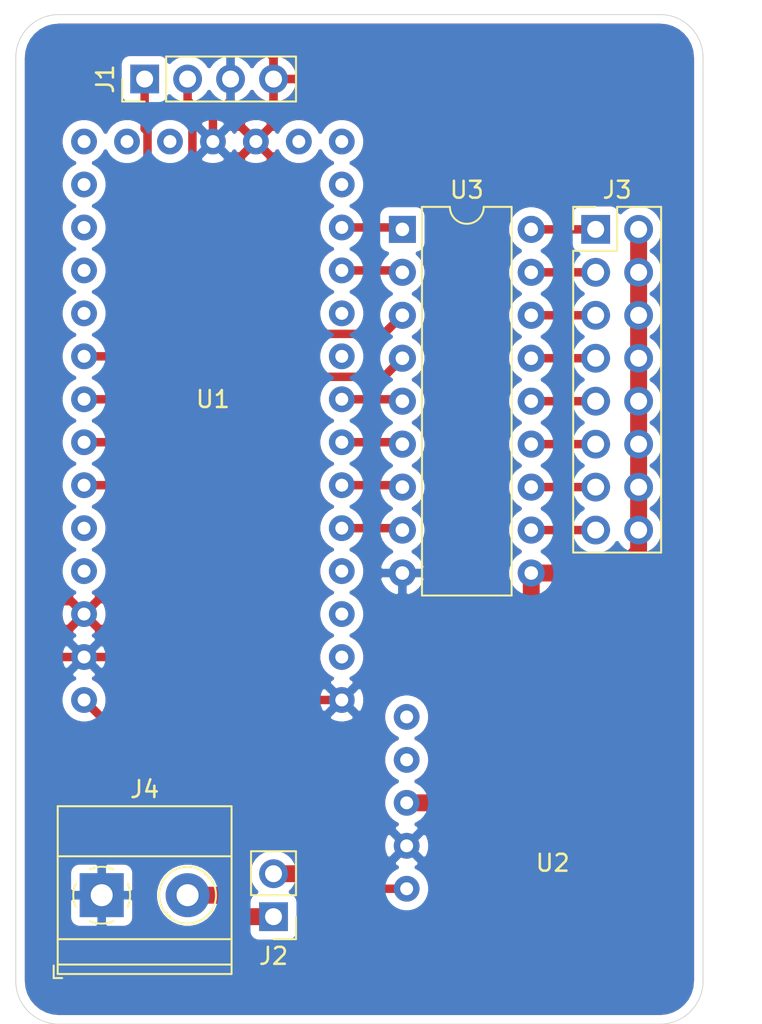
<source format=kicad_pcb>
(kicad_pcb (version 20171130) (host pcbnew "(5.1.5)-3")

  (general
    (thickness 1.6)
    (drawings 15)
    (tracks 76)
    (zones 0)
    (modules 7)
    (nets 43)
  )

  (page A4)
  (layers
    (0 F.Cu signal)
    (31 B.Cu signal)
    (32 B.Adhes user)
    (33 F.Adhes user)
    (34 B.Paste user)
    (35 F.Paste user)
    (36 B.SilkS user)
    (37 F.SilkS user)
    (38 B.Mask user)
    (39 F.Mask user)
    (40 Dwgs.User user hide)
    (41 Cmts.User user)
    (42 Eco1.User user)
    (43 Eco2.User user)
    (44 Edge.Cuts user)
    (45 Margin user)
    (46 B.CrtYd user)
    (47 F.CrtYd user)
    (48 B.Fab user)
    (49 F.Fab user)
  )

  (setup
    (last_trace_width 0.5)
    (user_trace_width 0.5)
    (user_trace_width 1)
    (trace_clearance 0.2)
    (zone_clearance 0.508)
    (zone_45_only no)
    (trace_min 0.2)
    (via_size 0.8)
    (via_drill 0.4)
    (via_min_size 0.4)
    (via_min_drill 0.3)
    (uvia_size 0.3)
    (uvia_drill 0.1)
    (uvias_allowed no)
    (uvia_min_size 0.2)
    (uvia_min_drill 0.1)
    (edge_width 0.05)
    (segment_width 0.2)
    (pcb_text_width 0.3)
    (pcb_text_size 1.5 1.5)
    (mod_edge_width 0.12)
    (mod_text_size 1 1)
    (mod_text_width 0.15)
    (pad_size 1.524 1.524)
    (pad_drill 0.762)
    (pad_to_mask_clearance 0.051)
    (solder_mask_min_width 0.25)
    (aux_axis_origin 0 0)
    (visible_elements 7FFFFFFF)
    (pcbplotparams
      (layerselection 0x010fc_ffffffff)
      (usegerberextensions false)
      (usegerberattributes false)
      (usegerberadvancedattributes false)
      (creategerberjobfile false)
      (excludeedgelayer true)
      (linewidth 0.100000)
      (plotframeref false)
      (viasonmask false)
      (mode 1)
      (useauxorigin false)
      (hpglpennumber 1)
      (hpglpenspeed 20)
      (hpglpendiameter 15.000000)
      (psnegative false)
      (psa4output false)
      (plotreference true)
      (plotvalue true)
      (plotinvisibletext false)
      (padsonsilk false)
      (subtractmaskfromsilk false)
      (outputformat 1)
      (mirror false)
      (drillshape 1)
      (scaleselection 1)
      (outputdirectory ""))
  )

  (net 0 "")
  (net 1 3V3)
  (net 2 GND)
  (net 3 scl)
  (net 4 sda)
  (net 5 V12)
  (net 6 "Net-(J2-Pad1)")
  (net 7 "Net-(J3-Pad15)")
  (net 8 "Net-(J3-Pad13)")
  (net 9 "Net-(J3-Pad11)")
  (net 10 "Net-(J3-Pad9)")
  (net 11 "Net-(J3-Pad7)")
  (net 12 "Net-(J3-Pad5)")
  (net 13 "Net-(J3-Pad3)")
  (net 14 "Net-(J3-Pad1)")
  (net 15 "Net-(U1-Pad33)")
  (net 16 "Net-(U1-Pad30)")
  (net 17 "Net-(U1-Pad29)")
  (net 18 mi4)
  (net 19 mi3)
  (net 20 "Net-(U1-Pad24)")
  (net 21 "Net-(U1-Pad23)")
  (net 22 "Net-(U1-Pad22)")
  (net 23 "Net-(U1-Pad21)")
  (net 24 "Net-(U1-Pad20)")
  (net 25 "Net-(U1-Pad19)")
  (net 26 "Net-(U1-Pad18)")
  (net 27 "Net-(U1-Pad15)")
  (net 28 "Net-(U1-Pad14)")
  (net 29 "Net-(U1-Pad13)")
  (net 30 mi1)
  (net 31 mi2)
  (net 32 "Net-(U1-Pad10)")
  (net 33 "Net-(U1-Pad9)")
  (net 34 mi5)
  (net 35 mi6)
  (net 36 mi7)
  (net 37 mi8)
  (net 38 "Net-(U1-Pad4)")
  (net 39 "Net-(U1-Pad3)")
  (net 40 "Net-(U1-Pad2)")
  (net 41 "Net-(U2-Pad2)")
  (net 42 "Net-(U2-Pad1)")

  (net_class Default "This is the default net class."
    (clearance 0.2)
    (trace_width 0.25)
    (via_dia 0.8)
    (via_drill 0.4)
    (uvia_dia 0.3)
    (uvia_drill 0.1)
    (add_net 3V3)
    (add_net GND)
    (add_net "Net-(J2-Pad1)")
    (add_net "Net-(J3-Pad1)")
    (add_net "Net-(J3-Pad11)")
    (add_net "Net-(J3-Pad13)")
    (add_net "Net-(J3-Pad15)")
    (add_net "Net-(J3-Pad3)")
    (add_net "Net-(J3-Pad5)")
    (add_net "Net-(J3-Pad7)")
    (add_net "Net-(J3-Pad9)")
    (add_net "Net-(U1-Pad10)")
    (add_net "Net-(U1-Pad13)")
    (add_net "Net-(U1-Pad14)")
    (add_net "Net-(U1-Pad15)")
    (add_net "Net-(U1-Pad18)")
    (add_net "Net-(U1-Pad19)")
    (add_net "Net-(U1-Pad2)")
    (add_net "Net-(U1-Pad20)")
    (add_net "Net-(U1-Pad21)")
    (add_net "Net-(U1-Pad22)")
    (add_net "Net-(U1-Pad23)")
    (add_net "Net-(U1-Pad24)")
    (add_net "Net-(U1-Pad29)")
    (add_net "Net-(U1-Pad3)")
    (add_net "Net-(U1-Pad30)")
    (add_net "Net-(U1-Pad33)")
    (add_net "Net-(U1-Pad4)")
    (add_net "Net-(U1-Pad9)")
    (add_net "Net-(U2-Pad1)")
    (add_net "Net-(U2-Pad2)")
    (add_net V12)
    (add_net mi1)
    (add_net mi2)
    (add_net mi3)
    (add_net mi4)
    (add_net mi5)
    (add_net mi6)
    (add_net mi7)
    (add_net mi8)
    (add_net scl)
    (add_net sda)
  )

  (module Teensy:Teensy_3_2 (layer F.Cu) (tedit 5E89FD60) (tstamp 5E8AA679)
    (at 115.796999 81.166999 180)
    (path /5E8AA74C)
    (fp_text reference U1 (at 0 2.54) (layer F.SilkS)
      (effects (font (size 1 1) (thickness 0.15)))
    )
    (fp_text value teensy_3_2 (at 0 -0.5) (layer F.Fab)
      (effects (font (size 1 1) (thickness 0.15)))
    )
    (pad 33 thru_hole circle (at 7.62 -15.24 180) (size 1.524 1.524) (drill 0.762) (layers *.Cu *.Mask)
      (net 15 "Net-(U1-Pad33)"))
    (pad 32 thru_hole circle (at 7.62 -12.7 180) (size 1.524 1.524) (drill 0.762) (layers *.Cu *.Mask)
      (net 2 GND))
    (pad 31 thru_hole circle (at 7.62 -10.16 180) (size 1.524 1.524) (drill 0.762) (layers *.Cu *.Mask)
      (net 1 3V3))
    (pad 30 thru_hole circle (at 7.62 -7.62 180) (size 1.524 1.524) (drill 0.762) (layers *.Cu *.Mask)
      (net 16 "Net-(U1-Pad30)"))
    (pad 29 thru_hole circle (at 7.62 -5.08 180) (size 1.524 1.524) (drill 0.762) (layers *.Cu *.Mask)
      (net 17 "Net-(U1-Pad29)"))
    (pad 28 thru_hole circle (at 7.62 -2.54 180) (size 1.524 1.524) (drill 0.762) (layers *.Cu *.Mask)
      (net 18 mi4))
    (pad 27 thru_hole circle (at 7.62 0 180) (size 1.524 1.524) (drill 0.762) (layers *.Cu *.Mask)
      (net 19 mi3))
    (pad 26 thru_hole circle (at 7.62 2.54 180) (size 1.524 1.524) (drill 0.762) (layers *.Cu *.Mask)
      (net 3 scl))
    (pad 25 thru_hole circle (at 7.62 5.08 180) (size 1.524 1.524) (drill 0.762) (layers *.Cu *.Mask)
      (net 4 sda))
    (pad 24 thru_hole circle (at 7.62 7.62 180) (size 1.524 1.524) (drill 0.762) (layers *.Cu *.Mask)
      (net 20 "Net-(U1-Pad24)"))
    (pad 23 thru_hole circle (at 7.62 10.16 180) (size 1.524 1.524) (drill 0.762) (layers *.Cu *.Mask)
      (net 21 "Net-(U1-Pad23)"))
    (pad 22 thru_hole circle (at 7.62 12.7 180) (size 1.524 1.524) (drill 0.762) (layers *.Cu *.Mask)
      (net 22 "Net-(U1-Pad22)"))
    (pad 21 thru_hole circle (at 7.62 15.24 180) (size 1.524 1.524) (drill 0.762) (layers *.Cu *.Mask)
      (net 23 "Net-(U1-Pad21)"))
    (pad 20 thru_hole circle (at 7.62 17.78 180) (size 1.524 1.524) (drill 0.762) (layers *.Cu *.Mask)
      (net 24 "Net-(U1-Pad20)"))
    (pad 19 thru_hole circle (at 5.08 17.78 180) (size 1.524 1.524) (drill 0.762) (layers *.Cu *.Mask)
      (net 25 "Net-(U1-Pad19)"))
    (pad 18 thru_hole circle (at 2.54 17.78 180) (size 1.524 1.524) (drill 0.762) (layers *.Cu *.Mask)
      (net 26 "Net-(U1-Pad18)"))
    (pad 17 thru_hole circle (at 0 17.78 180) (size 1.524 1.524) (drill 0.762) (layers *.Cu *.Mask)
      (net 2 GND))
    (pad 16 thru_hole circle (at -2.54 17.78 180) (size 1.524 1.524) (drill 0.762) (layers *.Cu *.Mask)
      (net 1 3V3))
    (pad 15 thru_hole circle (at -5.08 17.78 180) (size 1.524 1.524) (drill 0.762) (layers *.Cu *.Mask)
      (net 27 "Net-(U1-Pad15)"))
    (pad 14 thru_hole circle (at -7.62 17.78 180) (size 1.524 1.524) (drill 0.762) (layers *.Cu *.Mask)
      (net 28 "Net-(U1-Pad14)"))
    (pad 13 thru_hole circle (at -7.62 15.24 180) (size 1.524 1.524) (drill 0.762) (layers *.Cu *.Mask)
      (net 29 "Net-(U1-Pad13)"))
    (pad 12 thru_hole circle (at -7.62 12.7 180) (size 1.524 1.524) (drill 0.762) (layers *.Cu *.Mask)
      (net 30 mi1))
    (pad 11 thru_hole circle (at -7.62 10.16 180) (size 1.524 1.524) (drill 0.762) (layers *.Cu *.Mask)
      (net 31 mi2))
    (pad 10 thru_hole circle (at -7.62 7.62 180) (size 1.524 1.524) (drill 0.762) (layers *.Cu *.Mask)
      (net 32 "Net-(U1-Pad10)"))
    (pad 9 thru_hole circle (at -7.62 5.08 180) (size 1.524 1.524) (drill 0.762) (layers *.Cu *.Mask)
      (net 33 "Net-(U1-Pad9)"))
    (pad 8 thru_hole circle (at -7.62 2.54 180) (size 1.524 1.524) (drill 0.762) (layers *.Cu *.Mask)
      (net 34 mi5))
    (pad 7 thru_hole circle (at -7.62 0 180) (size 1.524 1.524) (drill 0.762) (layers *.Cu *.Mask)
      (net 35 mi6))
    (pad 6 thru_hole circle (at -7.62 -2.54 180) (size 1.524 1.524) (drill 0.762) (layers *.Cu *.Mask)
      (net 36 mi7))
    (pad 5 thru_hole circle (at -7.62 -5.08 180) (size 1.524 1.524) (drill 0.762) (layers *.Cu *.Mask)
      (net 37 mi8))
    (pad 4 thru_hole circle (at -7.62 -7.62 180) (size 1.524 1.524) (drill 0.762) (layers *.Cu *.Mask)
      (net 38 "Net-(U1-Pad4)"))
    (pad 3 thru_hole circle (at -7.62 -10.16 180) (size 1.524 1.524) (drill 0.762) (layers *.Cu *.Mask)
      (net 39 "Net-(U1-Pad3)"))
    (pad 2 thru_hole circle (at -7.62 -12.7 180) (size 1.524 1.524) (drill 0.762) (layers *.Cu *.Mask)
      (net 40 "Net-(U1-Pad2)"))
    (pad 1 thru_hole circle (at -7.62 -15.24 180) (size 1.524 1.524) (drill 0.762) (layers *.Cu *.Mask)
      (net 2 GND))
  )

  (module Package_DIP:DIP-18_W7.62mm (layer F.Cu) (tedit 5A02E8C5) (tstamp 5E8AA6AC)
    (at 127 68.58)
    (descr "18-lead though-hole mounted DIP package, row spacing 7.62 mm (300 mils)")
    (tags "THT DIP DIL PDIP 2.54mm 7.62mm 300mil")
    (path /5E8A8169)
    (fp_text reference U3 (at 3.81 -2.33) (layer F.SilkS)
      (effects (font (size 1 1) (thickness 0.15)))
    )
    (fp_text value ULN2803A (at 3.81 22.65) (layer F.Fab)
      (effects (font (size 1 1) (thickness 0.15)))
    )
    (fp_text user %R (at 3.81 10.16) (layer F.Fab)
      (effects (font (size 1 1) (thickness 0.15)))
    )
    (fp_line (start 8.7 -1.55) (end -1.1 -1.55) (layer F.CrtYd) (width 0.05))
    (fp_line (start 8.7 21.85) (end 8.7 -1.55) (layer F.CrtYd) (width 0.05))
    (fp_line (start -1.1 21.85) (end 8.7 21.85) (layer F.CrtYd) (width 0.05))
    (fp_line (start -1.1 -1.55) (end -1.1 21.85) (layer F.CrtYd) (width 0.05))
    (fp_line (start 6.46 -1.33) (end 4.81 -1.33) (layer F.SilkS) (width 0.12))
    (fp_line (start 6.46 21.65) (end 6.46 -1.33) (layer F.SilkS) (width 0.12))
    (fp_line (start 1.16 21.65) (end 6.46 21.65) (layer F.SilkS) (width 0.12))
    (fp_line (start 1.16 -1.33) (end 1.16 21.65) (layer F.SilkS) (width 0.12))
    (fp_line (start 2.81 -1.33) (end 1.16 -1.33) (layer F.SilkS) (width 0.12))
    (fp_line (start 0.635 -0.27) (end 1.635 -1.27) (layer F.Fab) (width 0.1))
    (fp_line (start 0.635 21.59) (end 0.635 -0.27) (layer F.Fab) (width 0.1))
    (fp_line (start 6.985 21.59) (end 0.635 21.59) (layer F.Fab) (width 0.1))
    (fp_line (start 6.985 -1.27) (end 6.985 21.59) (layer F.Fab) (width 0.1))
    (fp_line (start 1.635 -1.27) (end 6.985 -1.27) (layer F.Fab) (width 0.1))
    (fp_arc (start 3.81 -1.33) (end 2.81 -1.33) (angle -180) (layer F.SilkS) (width 0.12))
    (pad 18 thru_hole oval (at 7.62 0) (size 1.6 1.6) (drill 0.8) (layers *.Cu *.Mask)
      (net 14 "Net-(J3-Pad1)"))
    (pad 9 thru_hole oval (at 0 20.32) (size 1.6 1.6) (drill 0.8) (layers *.Cu *.Mask)
      (net 2 GND))
    (pad 17 thru_hole oval (at 7.62 2.54) (size 1.6 1.6) (drill 0.8) (layers *.Cu *.Mask)
      (net 13 "Net-(J3-Pad3)"))
    (pad 8 thru_hole oval (at 0 17.78) (size 1.6 1.6) (drill 0.8) (layers *.Cu *.Mask)
      (net 37 mi8))
    (pad 16 thru_hole oval (at 7.62 5.08) (size 1.6 1.6) (drill 0.8) (layers *.Cu *.Mask)
      (net 12 "Net-(J3-Pad5)"))
    (pad 7 thru_hole oval (at 0 15.24) (size 1.6 1.6) (drill 0.8) (layers *.Cu *.Mask)
      (net 36 mi7))
    (pad 15 thru_hole oval (at 7.62 7.62) (size 1.6 1.6) (drill 0.8) (layers *.Cu *.Mask)
      (net 11 "Net-(J3-Pad7)"))
    (pad 6 thru_hole oval (at 0 12.7) (size 1.6 1.6) (drill 0.8) (layers *.Cu *.Mask)
      (net 35 mi6))
    (pad 14 thru_hole oval (at 7.62 10.16) (size 1.6 1.6) (drill 0.8) (layers *.Cu *.Mask)
      (net 10 "Net-(J3-Pad9)"))
    (pad 5 thru_hole oval (at 0 10.16) (size 1.6 1.6) (drill 0.8) (layers *.Cu *.Mask)
      (net 34 mi5))
    (pad 13 thru_hole oval (at 7.62 12.7) (size 1.6 1.6) (drill 0.8) (layers *.Cu *.Mask)
      (net 9 "Net-(J3-Pad11)"))
    (pad 4 thru_hole oval (at 0 7.62) (size 1.6 1.6) (drill 0.8) (layers *.Cu *.Mask)
      (net 18 mi4))
    (pad 12 thru_hole oval (at 7.62 15.24) (size 1.6 1.6) (drill 0.8) (layers *.Cu *.Mask)
      (net 8 "Net-(J3-Pad13)"))
    (pad 3 thru_hole oval (at 0 5.08) (size 1.6 1.6) (drill 0.8) (layers *.Cu *.Mask)
      (net 19 mi3))
    (pad 11 thru_hole oval (at 7.62 17.78) (size 1.6 1.6) (drill 0.8) (layers *.Cu *.Mask)
      (net 7 "Net-(J3-Pad15)"))
    (pad 2 thru_hole oval (at 0 2.54) (size 1.6 1.6) (drill 0.8) (layers *.Cu *.Mask)
      (net 31 mi2))
    (pad 10 thru_hole oval (at 7.62 20.32) (size 1.6 1.6) (drill 0.8) (layers *.Cu *.Mask)
      (net 5 V12))
    (pad 1 thru_hole rect (at 0 0) (size 1.6 1.6) (drill 0.8) (layers *.Cu *.Mask)
      (net 30 mi1))
    (model ${KISYS3DMOD}/Package_DIP.3dshapes/DIP-18_W7.62mm.wrl
      (at (xyz 0 0 0))
      (scale (xyz 1 1 1))
      (rotate (xyz 0 0 0))
    )
  )

  (module D24V22F5:D24V22F5 (layer F.Cu) (tedit 5E8A02F3) (tstamp 5E8AA686)
    (at 135.89 100.965)
    (path /5E8ABEFD)
    (fp_text reference U2 (at 0 5.08) (layer F.SilkS)
      (effects (font (size 1 1) (thickness 0.15)))
    )
    (fp_text value D24V22F5 (at 0 -0.5) (layer F.Fab)
      (effects (font (size 1 1) (thickness 0.15)))
    )
    (fp_line (start -10.16 12.7) (end -10.16 -5.08) (layer Dwgs.User) (width 0.12))
    (fp_line (start 7.62 12.7) (end -10.16 12.7) (layer Dwgs.User) (width 0.12))
    (fp_line (start 7.62 -5.08) (end 7.62 12.7) (layer Dwgs.User) (width 0.12))
    (fp_line (start -10.16 -5.08) (end 7.62 -5.08) (layer Dwgs.User) (width 0.12))
    (pad 5 thru_hole circle (at -8.636 6.604) (size 1.524 1.524) (drill 0.762) (layers *.Cu *.Mask)
      (net 15 "Net-(U1-Pad33)"))
    (pad 4 thru_hole circle (at -8.636 4.064) (size 1.524 1.524) (drill 0.762) (layers *.Cu *.Mask)
      (net 2 GND))
    (pad 3 thru_hole circle (at -8.636 1.524) (size 1.524 1.524) (drill 0.762) (layers *.Cu *.Mask)
      (net 5 V12))
    (pad 2 thru_hole circle (at -8.636 -1.016) (size 1.524 1.524) (drill 0.762) (layers *.Cu *.Mask)
      (net 41 "Net-(U2-Pad2)"))
    (pad 1 thru_hole circle (at -8.636 -3.556) (size 1.524 1.524) (drill 0.762) (layers *.Cu *.Mask)
      (net 42 "Net-(U2-Pad1)"))
  )

  (module TerminalBlock_Phoenix:TerminalBlock_Phoenix_MKDS-1,5-2-5.08_1x02_P5.08mm_Horizontal (layer F.Cu) (tedit 5B294EBC) (tstamp 5E8AA654)
    (at 109.22 107.95)
    (descr "Terminal Block Phoenix MKDS-1,5-2-5.08, 2 pins, pitch 5.08mm, size 10.2x9.8mm^2, drill diamater 1.3mm, pad diameter 2.6mm, see http://www.farnell.com/datasheets/100425.pdf, script-generated using https://github.com/pointhi/kicad-footprint-generator/scripts/TerminalBlock_Phoenix")
    (tags "THT Terminal Block Phoenix MKDS-1,5-2-5.08 pitch 5.08mm size 10.2x9.8mm^2 drill 1.3mm pad 2.6mm")
    (path /5E8C6C93)
    (fp_text reference J4 (at 2.54 -6.26) (layer F.SilkS)
      (effects (font (size 1 1) (thickness 0.15)))
    )
    (fp_text value Screw_Terminal_01x02 (at 2.54 5.66) (layer F.Fab)
      (effects (font (size 1 1) (thickness 0.15)))
    )
    (fp_text user %R (at 2.54 3.2) (layer F.Fab)
      (effects (font (size 1 1) (thickness 0.15)))
    )
    (fp_line (start 8.13 -5.71) (end -3.04 -5.71) (layer F.CrtYd) (width 0.05))
    (fp_line (start 8.13 5.1) (end 8.13 -5.71) (layer F.CrtYd) (width 0.05))
    (fp_line (start -3.04 5.1) (end 8.13 5.1) (layer F.CrtYd) (width 0.05))
    (fp_line (start -3.04 -5.71) (end -3.04 5.1) (layer F.CrtYd) (width 0.05))
    (fp_line (start -2.84 4.9) (end -2.34 4.9) (layer F.SilkS) (width 0.12))
    (fp_line (start -2.84 4.16) (end -2.84 4.9) (layer F.SilkS) (width 0.12))
    (fp_line (start 3.853 1.023) (end 3.806 1.069) (layer F.SilkS) (width 0.12))
    (fp_line (start 6.15 -1.275) (end 6.115 -1.239) (layer F.SilkS) (width 0.12))
    (fp_line (start 4.046 1.239) (end 4.011 1.274) (layer F.SilkS) (width 0.12))
    (fp_line (start 6.355 -1.069) (end 6.308 -1.023) (layer F.SilkS) (width 0.12))
    (fp_line (start 6.035 -1.138) (end 3.943 0.955) (layer F.Fab) (width 0.1))
    (fp_line (start 6.218 -0.955) (end 4.126 1.138) (layer F.Fab) (width 0.1))
    (fp_line (start 0.955 -1.138) (end -1.138 0.955) (layer F.Fab) (width 0.1))
    (fp_line (start 1.138 -0.955) (end -0.955 1.138) (layer F.Fab) (width 0.1))
    (fp_line (start 7.68 -5.261) (end 7.68 4.66) (layer F.SilkS) (width 0.12))
    (fp_line (start -2.6 -5.261) (end -2.6 4.66) (layer F.SilkS) (width 0.12))
    (fp_line (start -2.6 4.66) (end 7.68 4.66) (layer F.SilkS) (width 0.12))
    (fp_line (start -2.6 -5.261) (end 7.68 -5.261) (layer F.SilkS) (width 0.12))
    (fp_line (start -2.6 -2.301) (end 7.68 -2.301) (layer F.SilkS) (width 0.12))
    (fp_line (start -2.54 -2.3) (end 7.62 -2.3) (layer F.Fab) (width 0.1))
    (fp_line (start -2.6 2.6) (end 7.68 2.6) (layer F.SilkS) (width 0.12))
    (fp_line (start -2.54 2.6) (end 7.62 2.6) (layer F.Fab) (width 0.1))
    (fp_line (start -2.6 4.1) (end 7.68 4.1) (layer F.SilkS) (width 0.12))
    (fp_line (start -2.54 4.1) (end 7.62 4.1) (layer F.Fab) (width 0.1))
    (fp_line (start -2.54 4.1) (end -2.54 -5.2) (layer F.Fab) (width 0.1))
    (fp_line (start -2.04 4.6) (end -2.54 4.1) (layer F.Fab) (width 0.1))
    (fp_line (start 7.62 4.6) (end -2.04 4.6) (layer F.Fab) (width 0.1))
    (fp_line (start 7.62 -5.2) (end 7.62 4.6) (layer F.Fab) (width 0.1))
    (fp_line (start -2.54 -5.2) (end 7.62 -5.2) (layer F.Fab) (width 0.1))
    (fp_circle (center 5.08 0) (end 6.76 0) (layer F.SilkS) (width 0.12))
    (fp_circle (center 5.08 0) (end 6.58 0) (layer F.Fab) (width 0.1))
    (fp_circle (center 0 0) (end 1.5 0) (layer F.Fab) (width 0.1))
    (fp_arc (start 0 0) (end -0.684 1.535) (angle -25) (layer F.SilkS) (width 0.12))
    (fp_arc (start 0 0) (end -1.535 -0.684) (angle -48) (layer F.SilkS) (width 0.12))
    (fp_arc (start 0 0) (end 0.684 -1.535) (angle -48) (layer F.SilkS) (width 0.12))
    (fp_arc (start 0 0) (end 1.535 0.684) (angle -48) (layer F.SilkS) (width 0.12))
    (fp_arc (start 0 0) (end 0 1.68) (angle -24) (layer F.SilkS) (width 0.12))
    (pad 2 thru_hole circle (at 5.08 0) (size 2.6 2.6) (drill 1.3) (layers *.Cu *.Mask)
      (net 6 "Net-(J2-Pad1)"))
    (pad 1 thru_hole rect (at 0 0) (size 2.6 2.6) (drill 1.3) (layers *.Cu *.Mask)
      (net 2 GND))
    (model ${KISYS3DMOD}/TerminalBlock_Phoenix.3dshapes/TerminalBlock_Phoenix_MKDS-1,5-2-5.08_1x02_P5.08mm_Horizontal.wrl
      (at (xyz 0 0 0))
      (scale (xyz 1 1 1))
      (rotate (xyz 0 0 0))
    )
  )

  (module Connector_PinHeader_2.54mm:PinHeader_2x08_P2.54mm_Vertical (layer F.Cu) (tedit 59FED5CC) (tstamp 5E8AA628)
    (at 138.43 68.58)
    (descr "Through hole straight pin header, 2x08, 2.54mm pitch, double rows")
    (tags "Through hole pin header THT 2x08 2.54mm double row")
    (path /5E8B882B)
    (fp_text reference J3 (at 1.27 -2.33) (layer F.SilkS)
      (effects (font (size 1 1) (thickness 0.15)))
    )
    (fp_text value Conn_02x08_Odd_Even (at 1.27 20.11) (layer F.Fab)
      (effects (font (size 1 1) (thickness 0.15)))
    )
    (fp_text user %R (at 1.27 8.89 90) (layer F.Fab)
      (effects (font (size 1 1) (thickness 0.15)))
    )
    (fp_line (start 4.35 -1.8) (end -1.8 -1.8) (layer F.CrtYd) (width 0.05))
    (fp_line (start 4.35 19.55) (end 4.35 -1.8) (layer F.CrtYd) (width 0.05))
    (fp_line (start -1.8 19.55) (end 4.35 19.55) (layer F.CrtYd) (width 0.05))
    (fp_line (start -1.8 -1.8) (end -1.8 19.55) (layer F.CrtYd) (width 0.05))
    (fp_line (start -1.33 -1.33) (end 0 -1.33) (layer F.SilkS) (width 0.12))
    (fp_line (start -1.33 0) (end -1.33 -1.33) (layer F.SilkS) (width 0.12))
    (fp_line (start 1.27 -1.33) (end 3.87 -1.33) (layer F.SilkS) (width 0.12))
    (fp_line (start 1.27 1.27) (end 1.27 -1.33) (layer F.SilkS) (width 0.12))
    (fp_line (start -1.33 1.27) (end 1.27 1.27) (layer F.SilkS) (width 0.12))
    (fp_line (start 3.87 -1.33) (end 3.87 19.11) (layer F.SilkS) (width 0.12))
    (fp_line (start -1.33 1.27) (end -1.33 19.11) (layer F.SilkS) (width 0.12))
    (fp_line (start -1.33 19.11) (end 3.87 19.11) (layer F.SilkS) (width 0.12))
    (fp_line (start -1.27 0) (end 0 -1.27) (layer F.Fab) (width 0.1))
    (fp_line (start -1.27 19.05) (end -1.27 0) (layer F.Fab) (width 0.1))
    (fp_line (start 3.81 19.05) (end -1.27 19.05) (layer F.Fab) (width 0.1))
    (fp_line (start 3.81 -1.27) (end 3.81 19.05) (layer F.Fab) (width 0.1))
    (fp_line (start 0 -1.27) (end 3.81 -1.27) (layer F.Fab) (width 0.1))
    (pad 16 thru_hole oval (at 2.54 17.78) (size 1.7 1.7) (drill 1) (layers *.Cu *.Mask)
      (net 5 V12))
    (pad 15 thru_hole oval (at 0 17.78) (size 1.7 1.7) (drill 1) (layers *.Cu *.Mask)
      (net 7 "Net-(J3-Pad15)"))
    (pad 14 thru_hole oval (at 2.54 15.24) (size 1.7 1.7) (drill 1) (layers *.Cu *.Mask)
      (net 5 V12))
    (pad 13 thru_hole oval (at 0 15.24) (size 1.7 1.7) (drill 1) (layers *.Cu *.Mask)
      (net 8 "Net-(J3-Pad13)"))
    (pad 12 thru_hole oval (at 2.54 12.7) (size 1.7 1.7) (drill 1) (layers *.Cu *.Mask)
      (net 5 V12))
    (pad 11 thru_hole oval (at 0 12.7) (size 1.7 1.7) (drill 1) (layers *.Cu *.Mask)
      (net 9 "Net-(J3-Pad11)"))
    (pad 10 thru_hole oval (at 2.54 10.16) (size 1.7 1.7) (drill 1) (layers *.Cu *.Mask)
      (net 5 V12))
    (pad 9 thru_hole oval (at 0 10.16) (size 1.7 1.7) (drill 1) (layers *.Cu *.Mask)
      (net 10 "Net-(J3-Pad9)"))
    (pad 8 thru_hole oval (at 2.54 7.62) (size 1.7 1.7) (drill 1) (layers *.Cu *.Mask)
      (net 5 V12))
    (pad 7 thru_hole oval (at 0 7.62) (size 1.7 1.7) (drill 1) (layers *.Cu *.Mask)
      (net 11 "Net-(J3-Pad7)"))
    (pad 6 thru_hole oval (at 2.54 5.08) (size 1.7 1.7) (drill 1) (layers *.Cu *.Mask)
      (net 5 V12))
    (pad 5 thru_hole oval (at 0 5.08) (size 1.7 1.7) (drill 1) (layers *.Cu *.Mask)
      (net 12 "Net-(J3-Pad5)"))
    (pad 4 thru_hole oval (at 2.54 2.54) (size 1.7 1.7) (drill 1) (layers *.Cu *.Mask)
      (net 5 V12))
    (pad 3 thru_hole oval (at 0 2.54) (size 1.7 1.7) (drill 1) (layers *.Cu *.Mask)
      (net 13 "Net-(J3-Pad3)"))
    (pad 2 thru_hole oval (at 2.54 0) (size 1.7 1.7) (drill 1) (layers *.Cu *.Mask)
      (net 5 V12))
    (pad 1 thru_hole rect (at 0 0) (size 1.7 1.7) (drill 1) (layers *.Cu *.Mask)
      (net 14 "Net-(J3-Pad1)"))
    (model ${KISYS3DMOD}/Connector_PinHeader_2.54mm.3dshapes/PinHeader_2x08_P2.54mm_Vertical.wrl
      (at (xyz 0 0 0))
      (scale (xyz 1 1 1))
      (rotate (xyz 0 0 0))
    )
  )

  (module Connector_PinHeader_2.54mm:PinHeader_1x02_P2.54mm_Vertical (layer F.Cu) (tedit 59FED5CC) (tstamp 5E8AA602)
    (at 119.38 109.22 180)
    (descr "Through hole straight pin header, 1x02, 2.54mm pitch, single row")
    (tags "Through hole pin header THT 1x02 2.54mm single row")
    (path /5E8EA468)
    (fp_text reference J2 (at 0 -2.33) (layer F.SilkS)
      (effects (font (size 1 1) (thickness 0.15)))
    )
    (fp_text value Conn_01x02 (at 0 4.87) (layer F.Fab)
      (effects (font (size 1 1) (thickness 0.15)))
    )
    (fp_text user %R (at 0 1.27 90) (layer F.Fab)
      (effects (font (size 1 1) (thickness 0.15)))
    )
    (fp_line (start 1.8 -1.8) (end -1.8 -1.8) (layer F.CrtYd) (width 0.05))
    (fp_line (start 1.8 4.35) (end 1.8 -1.8) (layer F.CrtYd) (width 0.05))
    (fp_line (start -1.8 4.35) (end 1.8 4.35) (layer F.CrtYd) (width 0.05))
    (fp_line (start -1.8 -1.8) (end -1.8 4.35) (layer F.CrtYd) (width 0.05))
    (fp_line (start -1.33 -1.33) (end 0 -1.33) (layer F.SilkS) (width 0.12))
    (fp_line (start -1.33 0) (end -1.33 -1.33) (layer F.SilkS) (width 0.12))
    (fp_line (start -1.33 1.27) (end 1.33 1.27) (layer F.SilkS) (width 0.12))
    (fp_line (start 1.33 1.27) (end 1.33 3.87) (layer F.SilkS) (width 0.12))
    (fp_line (start -1.33 1.27) (end -1.33 3.87) (layer F.SilkS) (width 0.12))
    (fp_line (start -1.33 3.87) (end 1.33 3.87) (layer F.SilkS) (width 0.12))
    (fp_line (start -1.27 -0.635) (end -0.635 -1.27) (layer F.Fab) (width 0.1))
    (fp_line (start -1.27 3.81) (end -1.27 -0.635) (layer F.Fab) (width 0.1))
    (fp_line (start 1.27 3.81) (end -1.27 3.81) (layer F.Fab) (width 0.1))
    (fp_line (start 1.27 -1.27) (end 1.27 3.81) (layer F.Fab) (width 0.1))
    (fp_line (start -0.635 -1.27) (end 1.27 -1.27) (layer F.Fab) (width 0.1))
    (pad 2 thru_hole oval (at 0 2.54 180) (size 1.7 1.7) (drill 1) (layers *.Cu *.Mask)
      (net 5 V12))
    (pad 1 thru_hole rect (at 0 0 180) (size 1.7 1.7) (drill 1) (layers *.Cu *.Mask)
      (net 6 "Net-(J2-Pad1)"))
    (model ${KISYS3DMOD}/Connector_PinHeader_2.54mm.3dshapes/PinHeader_1x02_P2.54mm_Vertical.wrl
      (at (xyz 0 0 0))
      (scale (xyz 1 1 1))
      (rotate (xyz 0 0 0))
    )
  )

  (module Connector_PinHeader_2.54mm:PinHeader_1x04_P2.54mm_Vertical (layer F.Cu) (tedit 59FED5CC) (tstamp 5E8AA5EC)
    (at 111.76 59.69 90)
    (descr "Through hole straight pin header, 1x04, 2.54mm pitch, single row")
    (tags "Through hole pin header THT 1x04 2.54mm single row")
    (path /5E8D15AD)
    (fp_text reference J1 (at 0 -2.33 90) (layer F.SilkS)
      (effects (font (size 1 1) (thickness 0.15)))
    )
    (fp_text value Conn_01x04 (at 0 9.95 90) (layer F.Fab)
      (effects (font (size 1 1) (thickness 0.15)))
    )
    (fp_text user %R (at 0 3.81) (layer F.Fab)
      (effects (font (size 1 1) (thickness 0.15)))
    )
    (fp_line (start 1.8 -1.8) (end -1.8 -1.8) (layer F.CrtYd) (width 0.05))
    (fp_line (start 1.8 9.4) (end 1.8 -1.8) (layer F.CrtYd) (width 0.05))
    (fp_line (start -1.8 9.4) (end 1.8 9.4) (layer F.CrtYd) (width 0.05))
    (fp_line (start -1.8 -1.8) (end -1.8 9.4) (layer F.CrtYd) (width 0.05))
    (fp_line (start -1.33 -1.33) (end 0 -1.33) (layer F.SilkS) (width 0.12))
    (fp_line (start -1.33 0) (end -1.33 -1.33) (layer F.SilkS) (width 0.12))
    (fp_line (start -1.33 1.27) (end 1.33 1.27) (layer F.SilkS) (width 0.12))
    (fp_line (start 1.33 1.27) (end 1.33 8.95) (layer F.SilkS) (width 0.12))
    (fp_line (start -1.33 1.27) (end -1.33 8.95) (layer F.SilkS) (width 0.12))
    (fp_line (start -1.33 8.95) (end 1.33 8.95) (layer F.SilkS) (width 0.12))
    (fp_line (start -1.27 -0.635) (end -0.635 -1.27) (layer F.Fab) (width 0.1))
    (fp_line (start -1.27 8.89) (end -1.27 -0.635) (layer F.Fab) (width 0.1))
    (fp_line (start 1.27 8.89) (end -1.27 8.89) (layer F.Fab) (width 0.1))
    (fp_line (start 1.27 -1.27) (end 1.27 8.89) (layer F.Fab) (width 0.1))
    (fp_line (start -0.635 -1.27) (end 1.27 -1.27) (layer F.Fab) (width 0.1))
    (pad 4 thru_hole oval (at 0 7.62 90) (size 1.7 1.7) (drill 1) (layers *.Cu *.Mask)
      (net 1 3V3))
    (pad 3 thru_hole oval (at 0 5.08 90) (size 1.7 1.7) (drill 1) (layers *.Cu *.Mask)
      (net 2 GND))
    (pad 2 thru_hole oval (at 0 2.54 90) (size 1.7 1.7) (drill 1) (layers *.Cu *.Mask)
      (net 3 scl))
    (pad 1 thru_hole rect (at 0 0 90) (size 1.7 1.7) (drill 1) (layers *.Cu *.Mask)
      (net 4 sda))
    (model ${KISYS3DMOD}/Connector_PinHeader_2.54mm.3dshapes/PinHeader_1x04_P2.54mm_Vertical.wrl
      (at (xyz 0 0 0))
      (scale (xyz 1 1 1))
      (rotate (xyz 0 0 0))
    )
  )

  (gr_line (start 144.78 58.42) (end 144.78 59.69) (layer Edge.Cuts) (width 0.05) (tstamp 5E8AB0F6))
  (gr_line (start 104.14 58.42) (end 104.14 59.69) (layer Edge.Cuts) (width 0.05) (tstamp 5E8AB0F5))
  (gr_line (start 104.14 59.69) (end 104.14 113.03) (layer Edge.Cuts) (width 0.05) (tstamp 5E8AABE3))
  (gr_line (start 142.24 55.88) (end 106.68 55.88) (layer Edge.Cuts) (width 0.05) (tstamp 5E8AABE2))
  (gr_line (start 144.78 113.03) (end 144.78 59.69) (layer Edge.Cuts) (width 0.05) (tstamp 5E8AABE1))
  (gr_line (start 106.68 115.57) (end 142.24 115.57) (layer Edge.Cuts) (width 0.05) (tstamp 5E8AABE0))
  (gr_arc (start 106.68 113.03) (end 104.14 113.03) (angle -90) (layer Edge.Cuts) (width 0.05))
  (gr_arc (start 142.24 113.03) (end 142.24 115.57) (angle -90) (layer Edge.Cuts) (width 0.05))
  (gr_arc (start 142.24 58.42) (end 144.78 58.42) (angle -90) (layer Edge.Cuts) (width 0.05))
  (gr_arc (start 106.68 58.42) (end 106.68 55.88) (angle -90) (layer Edge.Cuts) (width 0.05))
  (gr_line (start 104.14 55.88) (end 105.41 55.88) (layer Dwgs.User) (width 0.15) (tstamp 5E8AAAB3))
  (gr_line (start 104.14 115.57) (end 104.14 55.88) (layer Dwgs.User) (width 0.15))
  (gr_line (start 144.78 115.57) (end 104.14 115.57) (layer Dwgs.User) (width 0.15))
  (gr_line (start 144.78 55.88) (end 144.78 115.57) (layer Dwgs.User) (width 0.15))
  (gr_line (start 105.41 55.88) (end 144.78 55.88) (layer Dwgs.User) (width 0.15))

  (segment (start 107.415 90.565) (end 106.44 90.565) (width 0.5) (layer F.Cu) (net 1))
  (segment (start 108.176999 91.326999) (end 107.415 90.565) (width 0.5) (layer F.Cu) (net 1))
  (segment (start 106.44 90.565) (end 106.44 59.295) (width 0.5) (layer F.Cu) (net 1))
  (segment (start 106.44 59.295) (end 107.95 57.785) (width 0.5) (layer F.Cu) (net 1))
  (segment (start 107.95 57.785) (end 118.745 57.785) (width 0.5) (layer F.Cu) (net 1))
  (segment (start 119.38 58.42) (end 119.38 59.69) (width 0.5) (layer F.Cu) (net 1))
  (segment (start 118.745 57.785) (end 119.38 58.42) (width 0.5) (layer F.Cu) (net 1))
  (segment (start 108.176999 93.866999) (end 112.916999 93.866999) (width 0.5) (layer F.Cu) (net 2))
  (segment (start 115.456999 96.406999) (end 123.416999 96.406999) (width 0.5) (layer F.Cu) (net 2))
  (segment (start 112.916999 93.866999) (end 115.456999 96.406999) (width 0.5) (layer F.Cu) (net 2))
  (segment (start 116.84 59.69) (end 116.84 60.96) (width 0.5) (layer F.Cu) (net 2))
  (segment (start 115.796999 62.003001) (end 115.796999 63.386999) (width 0.5) (layer F.Cu) (net 2))
  (segment (start 116.84 60.96) (end 115.796999 62.003001) (width 0.5) (layer F.Cu) (net 2))
  (segment (start 108.176999 93.866999) (end 106.793001 93.866999) (width 0.5) (layer F.Cu) (net 2))
  (segment (start 106.793001 93.866999) (end 106.045 94.615) (width 0.5) (layer F.Cu) (net 2))
  (segment (start 107.42 107.95) (end 109.22 107.95) (width 0.5) (layer F.Cu) (net 2))
  (segment (start 106.045 106.575) (end 107.42 107.95) (width 0.5) (layer F.Cu) (net 2))
  (segment (start 106.045 94.615) (end 106.045 106.575) (width 0.5) (layer F.Cu) (net 2))
  (segment (start 110.603001 78.626999) (end 108.176999 78.626999) (width 0.5) (layer F.Cu) (net 3))
  (segment (start 114.584998 74.645002) (end 110.603001 78.626999) (width 0.5) (layer F.Cu) (net 3))
  (segment (start 114.3 59.69) (end 114.3 60.96) (width 0.5) (layer F.Cu) (net 3))
  (segment (start 114.584998 61.244998) (end 114.584998 74.645002) (width 0.5) (layer F.Cu) (net 3))
  (segment (start 114.3 60.96) (end 114.584998 61.244998) (width 0.5) (layer F.Cu) (net 3))
  (segment (start 111.929 62.805238) (end 111.929 74.126) (width 0.5) (layer F.Cu) (net 4))
  (segment (start 111.76 59.69) (end 111.76 62.636238) (width 0.5) (layer F.Cu) (net 4))
  (segment (start 111.76 62.636238) (end 111.929 62.805238) (width 0.5) (layer F.Cu) (net 4))
  (segment (start 109.968001 76.086999) (end 108.176999 76.086999) (width 0.5) (layer F.Cu) (net 4))
  (segment (start 111.929 74.126) (end 109.968001 76.086999) (width 0.5) (layer F.Cu) (net 4))
  (segment (start 134.62 88.9) (end 139.7 88.9) (width 1) (layer F.Cu) (net 5))
  (segment (start 140.97 87.63) (end 140.97 68.58) (width 1) (layer F.Cu) (net 5))
  (segment (start 139.7 88.9) (end 140.97 87.63) (width 1) (layer F.Cu) (net 5))
  (segment (start 129.159 102.489) (end 127.254 102.489) (width 1) (layer F.Cu) (net 5))
  (segment (start 130.175 103.505) (end 129.159 102.489) (width 1) (layer F.Cu) (net 5))
  (segment (start 119.38 106.68) (end 121.92 106.68) (width 1) (layer F.Cu) (net 5))
  (segment (start 125.73 110.49) (end 128.27 110.49) (width 1) (layer F.Cu) (net 5))
  (segment (start 130.175 108.585) (end 130.175 103.505) (width 1) (layer F.Cu) (net 5))
  (segment (start 121.92 106.68) (end 125.73 110.49) (width 1) (layer F.Cu) (net 5))
  (segment (start 128.27 110.49) (end 130.175 108.585) (width 1) (layer F.Cu) (net 5))
  (segment (start 134.62 97.028) (end 134.62 88.9) (width 1) (layer F.Cu) (net 5))
  (segment (start 129.159 102.489) (end 134.62 97.028) (width 1) (layer F.Cu) (net 5))
  (segment (start 114.3 107.95) (end 116.205 107.95) (width 1) (layer F.Cu) (net 6))
  (segment (start 117.475 109.22) (end 119.38 109.22) (width 1) (layer F.Cu) (net 6))
  (segment (start 116.205 107.95) (end 117.475 109.22) (width 1) (layer F.Cu) (net 6))
  (segment (start 134.62 86.36) (end 138.43 86.36) (width 0.5) (layer F.Cu) (net 7))
  (segment (start 134.62 83.82) (end 138.43 83.82) (width 0.5) (layer F.Cu) (net 8))
  (segment (start 134.62 81.28) (end 138.43 81.28) (width 0.5) (layer F.Cu) (net 9))
  (segment (start 134.62 78.74) (end 138.43 78.74) (width 0.5) (layer F.Cu) (net 10))
  (segment (start 134.62 76.2) (end 138.43 76.2) (width 0.5) (layer F.Cu) (net 11))
  (segment (start 134.62 73.66) (end 138.43 73.66) (width 0.5) (layer F.Cu) (net 12))
  (segment (start 134.62 71.12) (end 138.43 71.12) (width 0.5) (layer F.Cu) (net 13))
  (segment (start 134.62 68.58) (end 138.43 68.58) (width 0.5) (layer F.Cu) (net 14))
  (segment (start 108.176999 96.406999) (end 110.83 99.06) (width 0.5) (layer F.Cu) (net 15))
  (segment (start 110.83 99.06) (end 121.92 99.06) (width 0.5) (layer F.Cu) (net 15))
  (segment (start 121.92 99.06) (end 121.92 104.14) (width 0.5) (layer F.Cu) (net 15))
  (segment (start 125.349 107.569) (end 127.254 107.569) (width 0.5) (layer F.Cu) (net 15))
  (segment (start 121.92 104.14) (end 125.349 107.569) (width 0.5) (layer F.Cu) (net 15))
  (segment (start 125.901 77.299) (end 118.281 77.299) (width 0.5) (layer F.Cu) (net 18))
  (segment (start 127 76.2) (end 125.901 77.299) (width 0.5) (layer F.Cu) (net 18))
  (segment (start 111.873001 83.706999) (end 108.176999 83.706999) (width 0.5) (layer F.Cu) (net 18))
  (segment (start 118.281 77.299) (end 111.873001 83.706999) (width 0.5) (layer F.Cu) (net 18))
  (segment (start 125.901 74.759) (end 117.011 74.759) (width 0.5) (layer F.Cu) (net 19))
  (segment (start 127 73.66) (end 125.901 74.759) (width 0.5) (layer F.Cu) (net 19))
  (segment (start 110.603001 81.166999) (end 108.176999 81.166999) (width 0.5) (layer F.Cu) (net 19))
  (segment (start 117.011 74.759) (end 110.603001 81.166999) (width 0.5) (layer F.Cu) (net 19))
  (segment (start 126.886999 68.466999) (end 127 68.58) (width 0.5) (layer F.Cu) (net 30))
  (segment (start 123.416999 68.466999) (end 126.886999 68.466999) (width 0.5) (layer F.Cu) (net 30))
  (segment (start 126.886999 71.006999) (end 127 71.12) (width 0.5) (layer F.Cu) (net 31))
  (segment (start 123.416999 71.006999) (end 126.886999 71.006999) (width 0.5) (layer F.Cu) (net 31))
  (segment (start 126.886999 78.626999) (end 127 78.74) (width 0.5) (layer F.Cu) (net 34))
  (segment (start 123.416999 78.626999) (end 126.886999 78.626999) (width 0.5) (layer F.Cu) (net 34))
  (segment (start 126.886999 81.166999) (end 127 81.28) (width 0.5) (layer F.Cu) (net 35))
  (segment (start 123.416999 81.166999) (end 126.886999 81.166999) (width 0.5) (layer F.Cu) (net 35))
  (segment (start 126.886999 83.706999) (end 127 83.82) (width 0.5) (layer F.Cu) (net 36))
  (segment (start 123.416999 83.706999) (end 126.886999 83.706999) (width 0.5) (layer F.Cu) (net 36))
  (segment (start 126.886999 86.246999) (end 127 86.36) (width 0.5) (layer F.Cu) (net 37))
  (segment (start 123.416999 86.246999) (end 126.886999 86.246999) (width 0.5) (layer F.Cu) (net 37))

  (zone (net 2) (net_name GND) (layer B.Cu) (tstamp 0) (hatch edge 0.508)
    (connect_pads (clearance 0.508))
    (min_thickness 0.254)
    (fill yes (arc_segments 32) (thermal_gap 0.508) (thermal_bridge_width 0.508))
    (polygon
      (pts
        (xy 144.78 115.57) (xy 104.14 115.57) (xy 104.14 55.88) (xy 144.78 55.88)
      )
    )
    (filled_polygon
      (pts
        (xy 142.604545 56.578909) (xy 142.955208 56.68478) (xy 143.278625 56.856744) (xy 143.562484 57.088254) (xy 143.795965 57.370486)
        (xy 143.970183 57.692695) (xy 144.078502 58.042614) (xy 144.12 58.437443) (xy 144.120001 59.657581) (xy 144.12 112.997721)
        (xy 144.081091 113.394545) (xy 143.97522 113.745206) (xy 143.803257 114.068623) (xy 143.571748 114.352482) (xy 143.289514 114.585965)
        (xy 142.967304 114.760184) (xy 142.617385 114.868502) (xy 142.222557 114.91) (xy 106.712279 114.91) (xy 106.315455 114.871091)
        (xy 105.964794 114.76522) (xy 105.641377 114.593257) (xy 105.357518 114.361748) (xy 105.124035 114.079514) (xy 104.949816 113.757304)
        (xy 104.841498 113.407385) (xy 104.8 113.012557) (xy 104.8 109.25) (xy 107.281928 109.25) (xy 107.294188 109.374482)
        (xy 107.330498 109.49418) (xy 107.389463 109.604494) (xy 107.468815 109.701185) (xy 107.565506 109.780537) (xy 107.67582 109.839502)
        (xy 107.795518 109.875812) (xy 107.92 109.888072) (xy 108.93425 109.885) (xy 109.093 109.72625) (xy 109.093 108.077)
        (xy 109.347 108.077) (xy 109.347 109.72625) (xy 109.50575 109.885) (xy 110.52 109.888072) (xy 110.644482 109.875812)
        (xy 110.76418 109.839502) (xy 110.874494 109.780537) (xy 110.971185 109.701185) (xy 111.050537 109.604494) (xy 111.109502 109.49418)
        (xy 111.145812 109.374482) (xy 111.158072 109.25) (xy 111.155 108.23575) (xy 110.99625 108.077) (xy 109.347 108.077)
        (xy 109.093 108.077) (xy 107.44375 108.077) (xy 107.285 108.23575) (xy 107.281928 109.25) (xy 104.8 109.25)
        (xy 104.8 106.65) (xy 107.281928 106.65) (xy 107.285 107.66425) (xy 107.44375 107.823) (xy 109.093 107.823)
        (xy 109.093 106.17375) (xy 109.347 106.17375) (xy 109.347 107.823) (xy 110.99625 107.823) (xy 111.059831 107.759419)
        (xy 112.365 107.759419) (xy 112.365 108.140581) (xy 112.439361 108.514419) (xy 112.585225 108.866566) (xy 112.796987 109.183491)
        (xy 113.066509 109.453013) (xy 113.383434 109.664775) (xy 113.735581 109.810639) (xy 114.109419 109.885) (xy 114.490581 109.885)
        (xy 114.864419 109.810639) (xy 115.216566 109.664775) (xy 115.533491 109.453013) (xy 115.803013 109.183491) (xy 116.014775 108.866566)
        (xy 116.160639 108.514419) (xy 116.189365 108.37) (xy 117.891928 108.37) (xy 117.891928 110.07) (xy 117.904188 110.194482)
        (xy 117.940498 110.31418) (xy 117.999463 110.424494) (xy 118.078815 110.521185) (xy 118.175506 110.600537) (xy 118.28582 110.659502)
        (xy 118.405518 110.695812) (xy 118.53 110.708072) (xy 120.23 110.708072) (xy 120.354482 110.695812) (xy 120.47418 110.659502)
        (xy 120.584494 110.600537) (xy 120.681185 110.521185) (xy 120.760537 110.424494) (xy 120.819502 110.31418) (xy 120.855812 110.194482)
        (xy 120.868072 110.07) (xy 120.868072 108.37) (xy 120.855812 108.245518) (xy 120.819502 108.12582) (xy 120.760537 108.015506)
        (xy 120.681185 107.918815) (xy 120.584494 107.839463) (xy 120.47418 107.780498) (xy 120.40162 107.758487) (xy 120.533475 107.626632)
        (xy 120.663919 107.431408) (xy 125.857 107.431408) (xy 125.857 107.706592) (xy 125.910686 107.97649) (xy 126.015995 108.230727)
        (xy 126.16888 108.459535) (xy 126.363465 108.65412) (xy 126.592273 108.807005) (xy 126.84651 108.912314) (xy 127.116408 108.966)
        (xy 127.391592 108.966) (xy 127.66149 108.912314) (xy 127.915727 108.807005) (xy 128.144535 108.65412) (xy 128.33912 108.459535)
        (xy 128.492005 108.230727) (xy 128.597314 107.97649) (xy 128.651 107.706592) (xy 128.651 107.431408) (xy 128.597314 107.16151)
        (xy 128.492005 106.907273) (xy 128.33912 106.678465) (xy 128.144535 106.48388) (xy 127.915727 106.330995) (xy 127.844057 106.301308)
        (xy 127.857023 106.296636) (xy 127.97298 106.234656) (xy 128.03996 105.994565) (xy 127.254 105.208605) (xy 126.46804 105.994565)
        (xy 126.53502 106.234656) (xy 126.67076 106.298485) (xy 126.592273 106.330995) (xy 126.363465 106.48388) (xy 126.16888 106.678465)
        (xy 126.015995 106.907273) (xy 125.910686 107.16151) (xy 125.857 107.431408) (xy 120.663919 107.431408) (xy 120.69599 107.383411)
        (xy 120.807932 107.113158) (xy 120.865 106.82626) (xy 120.865 106.53374) (xy 120.807932 106.246842) (xy 120.69599 105.976589)
        (xy 120.533475 105.733368) (xy 120.326632 105.526525) (xy 120.083411 105.36401) (xy 119.813158 105.252068) (xy 119.52626 105.195)
        (xy 119.23374 105.195) (xy 118.946842 105.252068) (xy 118.676589 105.36401) (xy 118.433368 105.526525) (xy 118.226525 105.733368)
        (xy 118.06401 105.976589) (xy 117.952068 106.246842) (xy 117.895 106.53374) (xy 117.895 106.82626) (xy 117.952068 107.113158)
        (xy 118.06401 107.383411) (xy 118.226525 107.626632) (xy 118.35838 107.758487) (xy 118.28582 107.780498) (xy 118.175506 107.839463)
        (xy 118.078815 107.918815) (xy 117.999463 108.015506) (xy 117.940498 108.12582) (xy 117.904188 108.245518) (xy 117.891928 108.37)
        (xy 116.189365 108.37) (xy 116.235 108.140581) (xy 116.235 107.759419) (xy 116.160639 107.385581) (xy 116.014775 107.033434)
        (xy 115.803013 106.716509) (xy 115.533491 106.446987) (xy 115.216566 106.235225) (xy 114.864419 106.089361) (xy 114.490581 106.015)
        (xy 114.109419 106.015) (xy 113.735581 106.089361) (xy 113.383434 106.235225) (xy 113.066509 106.446987) (xy 112.796987 106.716509)
        (xy 112.585225 107.033434) (xy 112.439361 107.385581) (xy 112.365 107.759419) (xy 111.059831 107.759419) (xy 111.155 107.66425)
        (xy 111.158072 106.65) (xy 111.145812 106.525518) (xy 111.109502 106.40582) (xy 111.050537 106.295506) (xy 110.971185 106.198815)
        (xy 110.874494 106.119463) (xy 110.76418 106.060498) (xy 110.644482 106.024188) (xy 110.52 106.011928) (xy 109.50575 106.015)
        (xy 109.347 106.17375) (xy 109.093 106.17375) (xy 108.93425 106.015) (xy 107.92 106.011928) (xy 107.795518 106.024188)
        (xy 107.67582 106.060498) (xy 107.565506 106.119463) (xy 107.468815 106.198815) (xy 107.389463 106.295506) (xy 107.330498 106.40582)
        (xy 107.294188 106.525518) (xy 107.281928 106.65) (xy 104.8 106.65) (xy 104.8 105.101017) (xy 125.85209 105.101017)
        (xy 125.893078 105.373133) (xy 125.986364 105.632023) (xy 126.048344 105.74798) (xy 126.288435 105.81496) (xy 127.074395 105.029)
        (xy 127.433605 105.029) (xy 128.219565 105.81496) (xy 128.459656 105.74798) (xy 128.576756 105.498952) (xy 128.643023 105.231865)
        (xy 128.65591 104.956983) (xy 128.614922 104.684867) (xy 128.521636 104.425977) (xy 128.459656 104.31002) (xy 128.219565 104.24304)
        (xy 127.433605 105.029) (xy 127.074395 105.029) (xy 126.288435 104.24304) (xy 126.048344 104.31002) (xy 125.931244 104.559048)
        (xy 125.864977 104.826135) (xy 125.85209 105.101017) (xy 104.8 105.101017) (xy 104.8 96.269407) (xy 106.779999 96.269407)
        (xy 106.779999 96.544591) (xy 106.833685 96.814489) (xy 106.938994 97.068726) (xy 107.091879 97.297534) (xy 107.286464 97.492119)
        (xy 107.515272 97.645004) (xy 107.769509 97.750313) (xy 108.039407 97.803999) (xy 108.314591 97.803999) (xy 108.584489 97.750313)
        (xy 108.838726 97.645004) (xy 109.067534 97.492119) (xy 109.187089 97.372564) (xy 122.631039 97.372564) (xy 122.698019 97.612655)
        (xy 122.947047 97.729755) (xy 123.214134 97.796022) (xy 123.489016 97.808909) (xy 123.761132 97.767921) (xy 124.020022 97.674635)
        (xy 124.135979 97.612655) (xy 124.202959 97.372564) (xy 124.101803 97.271408) (xy 125.857 97.271408) (xy 125.857 97.546592)
        (xy 125.910686 97.81649) (xy 126.015995 98.070727) (xy 126.16888 98.299535) (xy 126.363465 98.49412) (xy 126.592273 98.647005)
        (xy 126.669515 98.679) (xy 126.592273 98.710995) (xy 126.363465 98.86388) (xy 126.16888 99.058465) (xy 126.015995 99.287273)
        (xy 125.910686 99.54151) (xy 125.857 99.811408) (xy 125.857 100.086592) (xy 125.910686 100.35649) (xy 126.015995 100.610727)
        (xy 126.16888 100.839535) (xy 126.363465 101.03412) (xy 126.592273 101.187005) (xy 126.669515 101.219) (xy 126.592273 101.250995)
        (xy 126.363465 101.40388) (xy 126.16888 101.598465) (xy 126.015995 101.827273) (xy 125.910686 102.08151) (xy 125.857 102.351408)
        (xy 125.857 102.626592) (xy 125.910686 102.89649) (xy 126.015995 103.150727) (xy 126.16888 103.379535) (xy 126.363465 103.57412)
        (xy 126.592273 103.727005) (xy 126.663943 103.756692) (xy 126.650977 103.761364) (xy 126.53502 103.823344) (xy 126.46804 104.063435)
        (xy 127.254 104.849395) (xy 128.03996 104.063435) (xy 127.97298 103.823344) (xy 127.83724 103.759515) (xy 127.915727 103.727005)
        (xy 128.144535 103.57412) (xy 128.33912 103.379535) (xy 128.492005 103.150727) (xy 128.597314 102.89649) (xy 128.651 102.626592)
        (xy 128.651 102.351408) (xy 128.597314 102.08151) (xy 128.492005 101.827273) (xy 128.33912 101.598465) (xy 128.144535 101.40388)
        (xy 127.915727 101.250995) (xy 127.838485 101.219) (xy 127.915727 101.187005) (xy 128.144535 101.03412) (xy 128.33912 100.839535)
        (xy 128.492005 100.610727) (xy 128.597314 100.35649) (xy 128.651 100.086592) (xy 128.651 99.811408) (xy 128.597314 99.54151)
        (xy 128.492005 99.287273) (xy 128.33912 99.058465) (xy 128.144535 98.86388) (xy 127.915727 98.710995) (xy 127.838485 98.679)
        (xy 127.915727 98.647005) (xy 128.144535 98.49412) (xy 128.33912 98.299535) (xy 128.492005 98.070727) (xy 128.597314 97.81649)
        (xy 128.651 97.546592) (xy 128.651 97.271408) (xy 128.597314 97.00151) (xy 128.492005 96.747273) (xy 128.33912 96.518465)
        (xy 128.144535 96.32388) (xy 127.915727 96.170995) (xy 127.66149 96.065686) (xy 127.391592 96.012) (xy 127.116408 96.012)
        (xy 126.84651 96.065686) (xy 126.592273 96.170995) (xy 126.363465 96.32388) (xy 126.16888 96.518465) (xy 126.015995 96.747273)
        (xy 125.910686 97.00151) (xy 125.857 97.271408) (xy 124.101803 97.271408) (xy 123.416999 96.586604) (xy 122.631039 97.372564)
        (xy 109.187089 97.372564) (xy 109.262119 97.297534) (xy 109.415004 97.068726) (xy 109.520313 96.814489) (xy 109.573999 96.544591)
        (xy 109.573999 96.479016) (xy 122.015089 96.479016) (xy 122.056077 96.751132) (xy 122.149363 97.010022) (xy 122.211343 97.125979)
        (xy 122.451434 97.192959) (xy 123.237394 96.406999) (xy 123.596604 96.406999) (xy 124.382564 97.192959) (xy 124.622655 97.125979)
        (xy 124.739755 96.876951) (xy 124.806022 96.609864) (xy 124.818909 96.334982) (xy 124.777921 96.062866) (xy 124.684635 95.803976)
        (xy 124.622655 95.688019) (xy 124.382564 95.621039) (xy 123.596604 96.406999) (xy 123.237394 96.406999) (xy 122.451434 95.621039)
        (xy 122.211343 95.688019) (xy 122.094243 95.937047) (xy 122.027976 96.204134) (xy 122.015089 96.479016) (xy 109.573999 96.479016)
        (xy 109.573999 96.269407) (xy 109.520313 95.999509) (xy 109.415004 95.745272) (xy 109.262119 95.516464) (xy 109.067534 95.321879)
        (xy 108.838726 95.168994) (xy 108.767056 95.139307) (xy 108.780022 95.134635) (xy 108.895979 95.072655) (xy 108.962959 94.832564)
        (xy 108.176999 94.046604) (xy 107.391039 94.832564) (xy 107.458019 95.072655) (xy 107.593759 95.136484) (xy 107.515272 95.168994)
        (xy 107.286464 95.321879) (xy 107.091879 95.516464) (xy 106.938994 95.745272) (xy 106.833685 95.999509) (xy 106.779999 96.269407)
        (xy 104.8 96.269407) (xy 104.8 93.939016) (xy 106.775089 93.939016) (xy 106.816077 94.211132) (xy 106.909363 94.470022)
        (xy 106.971343 94.585979) (xy 107.211434 94.652959) (xy 107.997394 93.866999) (xy 108.356604 93.866999) (xy 109.142564 94.652959)
        (xy 109.382655 94.585979) (xy 109.499755 94.336951) (xy 109.566022 94.069864) (xy 109.578909 93.794982) (xy 109.537921 93.522866)
        (xy 109.444635 93.263976) (xy 109.382655 93.148019) (xy 109.142564 93.081039) (xy 108.356604 93.866999) (xy 107.997394 93.866999)
        (xy 107.211434 93.081039) (xy 106.971343 93.148019) (xy 106.854243 93.397047) (xy 106.787976 93.664134) (xy 106.775089 93.939016)
        (xy 104.8 93.939016) (xy 104.8 63.249407) (xy 106.779999 63.249407) (xy 106.779999 63.524591) (xy 106.833685 63.794489)
        (xy 106.938994 64.048726) (xy 107.091879 64.277534) (xy 107.286464 64.472119) (xy 107.515272 64.625004) (xy 107.592514 64.656999)
        (xy 107.515272 64.688994) (xy 107.286464 64.841879) (xy 107.091879 65.036464) (xy 106.938994 65.265272) (xy 106.833685 65.519509)
        (xy 106.779999 65.789407) (xy 106.779999 66.064591) (xy 106.833685 66.334489) (xy 106.938994 66.588726) (xy 107.091879 66.817534)
        (xy 107.286464 67.012119) (xy 107.515272 67.165004) (xy 107.592514 67.196999) (xy 107.515272 67.228994) (xy 107.286464 67.381879)
        (xy 107.091879 67.576464) (xy 106.938994 67.805272) (xy 106.833685 68.059509) (xy 106.779999 68.329407) (xy 106.779999 68.604591)
        (xy 106.833685 68.874489) (xy 106.938994 69.128726) (xy 107.091879 69.357534) (xy 107.286464 69.552119) (xy 107.515272 69.705004)
        (xy 107.592514 69.736999) (xy 107.515272 69.768994) (xy 107.286464 69.921879) (xy 107.091879 70.116464) (xy 106.938994 70.345272)
        (xy 106.833685 70.599509) (xy 106.779999 70.869407) (xy 106.779999 71.144591) (xy 106.833685 71.414489) (xy 106.938994 71.668726)
        (xy 107.091879 71.897534) (xy 107.286464 72.092119) (xy 107.515272 72.245004) (xy 107.592514 72.276999) (xy 107.515272 72.308994)
        (xy 107.286464 72.461879) (xy 107.091879 72.656464) (xy 106.938994 72.885272) (xy 106.833685 73.139509) (xy 106.779999 73.409407)
        (xy 106.779999 73.684591) (xy 106.833685 73.954489) (xy 106.938994 74.208726) (xy 107.091879 74.437534) (xy 107.286464 74.632119)
        (xy 107.515272 74.785004) (xy 107.592514 74.816999) (xy 107.515272 74.848994) (xy 107.286464 75.001879) (xy 107.091879 75.196464)
        (xy 106.938994 75.425272) (xy 106.833685 75.679509) (xy 106.779999 75.949407) (xy 106.779999 76.224591) (xy 106.833685 76.494489)
        (xy 106.938994 76.748726) (xy 107.091879 76.977534) (xy 107.286464 77.172119) (xy 107.515272 77.325004) (xy 107.592514 77.356999)
        (xy 107.515272 77.388994) (xy 107.286464 77.541879) (xy 107.091879 77.736464) (xy 106.938994 77.965272) (xy 106.833685 78.219509)
        (xy 106.779999 78.489407) (xy 106.779999 78.764591) (xy 106.833685 79.034489) (xy 106.938994 79.288726) (xy 107.091879 79.517534)
        (xy 107.286464 79.712119) (xy 107.515272 79.865004) (xy 107.592514 79.896999) (xy 107.515272 79.928994) (xy 107.286464 80.081879)
        (xy 107.091879 80.276464) (xy 106.938994 80.505272) (xy 106.833685 80.759509) (xy 106.779999 81.029407) (xy 106.779999 81.304591)
        (xy 106.833685 81.574489) (xy 106.938994 81.828726) (xy 107.091879 82.057534) (xy 107.286464 82.252119) (xy 107.515272 82.405004)
        (xy 107.592514 82.436999) (xy 107.515272 82.468994) (xy 107.286464 82.621879) (xy 107.091879 82.816464) (xy 106.938994 83.045272)
        (xy 106.833685 83.299509) (xy 106.779999 83.569407) (xy 106.779999 83.844591) (xy 106.833685 84.114489) (xy 106.938994 84.368726)
        (xy 107.091879 84.597534) (xy 107.286464 84.792119) (xy 107.515272 84.945004) (xy 107.592514 84.976999) (xy 107.515272 85.008994)
        (xy 107.286464 85.161879) (xy 107.091879 85.356464) (xy 106.938994 85.585272) (xy 106.833685 85.839509) (xy 106.779999 86.109407)
        (xy 106.779999 86.384591) (xy 106.833685 86.654489) (xy 106.938994 86.908726) (xy 107.091879 87.137534) (xy 107.286464 87.332119)
        (xy 107.515272 87.485004) (xy 107.592514 87.516999) (xy 107.515272 87.548994) (xy 107.286464 87.701879) (xy 107.091879 87.896464)
        (xy 106.938994 88.125272) (xy 106.833685 88.379509) (xy 106.779999 88.649407) (xy 106.779999 88.924591) (xy 106.833685 89.194489)
        (xy 106.938994 89.448726) (xy 107.091879 89.677534) (xy 107.286464 89.872119) (xy 107.515272 90.025004) (xy 107.592514 90.056999)
        (xy 107.515272 90.088994) (xy 107.286464 90.241879) (xy 107.091879 90.436464) (xy 106.938994 90.665272) (xy 106.833685 90.919509)
        (xy 106.779999 91.189407) (xy 106.779999 91.464591) (xy 106.833685 91.734489) (xy 106.938994 91.988726) (xy 107.091879 92.217534)
        (xy 107.286464 92.412119) (xy 107.515272 92.565004) (xy 107.586942 92.594691) (xy 107.573976 92.599363) (xy 107.458019 92.661343)
        (xy 107.391039 92.901434) (xy 108.176999 93.687394) (xy 108.962959 92.901434) (xy 108.895979 92.661343) (xy 108.760239 92.597514)
        (xy 108.838726 92.565004) (xy 109.067534 92.412119) (xy 109.262119 92.217534) (xy 109.415004 91.988726) (xy 109.520313 91.734489)
        (xy 109.573999 91.464591) (xy 109.573999 91.189407) (xy 109.520313 90.919509) (xy 109.415004 90.665272) (xy 109.262119 90.436464)
        (xy 109.067534 90.241879) (xy 108.838726 90.088994) (xy 108.761484 90.056999) (xy 108.838726 90.025004) (xy 109.067534 89.872119)
        (xy 109.262119 89.677534) (xy 109.415004 89.448726) (xy 109.520313 89.194489) (xy 109.573999 88.924591) (xy 109.573999 88.649407)
        (xy 109.520313 88.379509) (xy 109.415004 88.125272) (xy 109.262119 87.896464) (xy 109.067534 87.701879) (xy 108.838726 87.548994)
        (xy 108.761484 87.516999) (xy 108.838726 87.485004) (xy 109.067534 87.332119) (xy 109.262119 87.137534) (xy 109.415004 86.908726)
        (xy 109.520313 86.654489) (xy 109.573999 86.384591) (xy 109.573999 86.109407) (xy 109.520313 85.839509) (xy 109.415004 85.585272)
        (xy 109.262119 85.356464) (xy 109.067534 85.161879) (xy 108.838726 85.008994) (xy 108.761484 84.976999) (xy 108.838726 84.945004)
        (xy 109.067534 84.792119) (xy 109.262119 84.597534) (xy 109.415004 84.368726) (xy 109.520313 84.114489) (xy 109.573999 83.844591)
        (xy 109.573999 83.569407) (xy 109.520313 83.299509) (xy 109.415004 83.045272) (xy 109.262119 82.816464) (xy 109.067534 82.621879)
        (xy 108.838726 82.468994) (xy 108.761484 82.436999) (xy 108.838726 82.405004) (xy 109.067534 82.252119) (xy 109.262119 82.057534)
        (xy 109.415004 81.828726) (xy 109.520313 81.574489) (xy 109.573999 81.304591) (xy 109.573999 81.029407) (xy 109.520313 80.759509)
        (xy 109.415004 80.505272) (xy 109.262119 80.276464) (xy 109.067534 80.081879) (xy 108.838726 79.928994) (xy 108.761484 79.896999)
        (xy 108.838726 79.865004) (xy 109.067534 79.712119) (xy 109.262119 79.517534) (xy 109.415004 79.288726) (xy 109.520313 79.034489)
        (xy 109.573999 78.764591) (xy 109.573999 78.489407) (xy 109.520313 78.219509) (xy 109.415004 77.965272) (xy 109.262119 77.736464)
        (xy 109.067534 77.541879) (xy 108.838726 77.388994) (xy 108.761484 77.356999) (xy 108.838726 77.325004) (xy 109.067534 77.172119)
        (xy 109.262119 76.977534) (xy 109.415004 76.748726) (xy 109.520313 76.494489) (xy 109.573999 76.224591) (xy 109.573999 75.949407)
        (xy 109.520313 75.679509) (xy 109.415004 75.425272) (xy 109.262119 75.196464) (xy 109.067534 75.001879) (xy 108.838726 74.848994)
        (xy 108.761484 74.816999) (xy 108.838726 74.785004) (xy 109.067534 74.632119) (xy 109.262119 74.437534) (xy 109.415004 74.208726)
        (xy 109.520313 73.954489) (xy 109.573999 73.684591) (xy 109.573999 73.409407) (xy 109.520313 73.139509) (xy 109.415004 72.885272)
        (xy 109.262119 72.656464) (xy 109.067534 72.461879) (xy 108.838726 72.308994) (xy 108.761484 72.276999) (xy 108.838726 72.245004)
        (xy 109.067534 72.092119) (xy 109.262119 71.897534) (xy 109.415004 71.668726) (xy 109.520313 71.414489) (xy 109.573999 71.144591)
        (xy 109.573999 70.869407) (xy 109.520313 70.599509) (xy 109.415004 70.345272) (xy 109.262119 70.116464) (xy 109.067534 69.921879)
        (xy 108.838726 69.768994) (xy 108.761484 69.736999) (xy 108.838726 69.705004) (xy 109.067534 69.552119) (xy 109.262119 69.357534)
        (xy 109.415004 69.128726) (xy 109.520313 68.874489) (xy 109.573999 68.604591) (xy 109.573999 68.329407) (xy 109.520313 68.059509)
        (xy 109.415004 67.805272) (xy 109.262119 67.576464) (xy 109.067534 67.381879) (xy 108.838726 67.228994) (xy 108.761484 67.196999)
        (xy 108.838726 67.165004) (xy 109.067534 67.012119) (xy 109.262119 66.817534) (xy 109.415004 66.588726) (xy 109.520313 66.334489)
        (xy 109.573999 66.064591) (xy 109.573999 65.789407) (xy 109.520313 65.519509) (xy 109.415004 65.265272) (xy 109.262119 65.036464)
        (xy 109.067534 64.841879) (xy 108.838726 64.688994) (xy 108.761484 64.656999) (xy 108.838726 64.625004) (xy 109.067534 64.472119)
        (xy 109.262119 64.277534) (xy 109.415004 64.048726) (xy 109.446999 63.971484) (xy 109.478994 64.048726) (xy 109.631879 64.277534)
        (xy 109.826464 64.472119) (xy 110.055272 64.625004) (xy 110.309509 64.730313) (xy 110.579407 64.783999) (xy 110.854591 64.783999)
        (xy 111.124489 64.730313) (xy 111.378726 64.625004) (xy 111.607534 64.472119) (xy 111.802119 64.277534) (xy 111.955004 64.048726)
        (xy 111.986999 63.971484) (xy 112.018994 64.048726) (xy 112.171879 64.277534) (xy 112.366464 64.472119) (xy 112.595272 64.625004)
        (xy 112.849509 64.730313) (xy 113.119407 64.783999) (xy 113.394591 64.783999) (xy 113.664489 64.730313) (xy 113.918726 64.625004)
        (xy 114.147534 64.472119) (xy 114.267089 64.352564) (xy 115.011039 64.352564) (xy 115.078019 64.592655) (xy 115.327047 64.709755)
        (xy 115.594134 64.776022) (xy 115.869016 64.788909) (xy 116.141132 64.747921) (xy 116.400022 64.654635) (xy 116.515979 64.592655)
        (xy 116.582959 64.352564) (xy 115.796999 63.566604) (xy 115.011039 64.352564) (xy 114.267089 64.352564) (xy 114.342119 64.277534)
        (xy 114.495004 64.048726) (xy 114.524691 63.977056) (xy 114.529363 63.990022) (xy 114.591343 64.105979) (xy 114.831434 64.172959)
        (xy 115.617394 63.386999) (xy 115.976604 63.386999) (xy 116.762564 64.172959) (xy 117.002655 64.105979) (xy 117.066484 63.970239)
        (xy 117.098994 64.048726) (xy 117.251879 64.277534) (xy 117.446464 64.472119) (xy 117.675272 64.625004) (xy 117.929509 64.730313)
        (xy 118.199407 64.783999) (xy 118.474591 64.783999) (xy 118.744489 64.730313) (xy 118.998726 64.625004) (xy 119.227534 64.472119)
        (xy 119.422119 64.277534) (xy 119.575004 64.048726) (xy 119.606999 63.971484) (xy 119.638994 64.048726) (xy 119.791879 64.277534)
        (xy 119.986464 64.472119) (xy 120.215272 64.625004) (xy 120.469509 64.730313) (xy 120.739407 64.783999) (xy 121.014591 64.783999)
        (xy 121.284489 64.730313) (xy 121.538726 64.625004) (xy 121.767534 64.472119) (xy 121.962119 64.277534) (xy 122.115004 64.048726)
        (xy 122.146999 63.971484) (xy 122.178994 64.048726) (xy 122.331879 64.277534) (xy 122.526464 64.472119) (xy 122.755272 64.625004)
        (xy 122.832514 64.656999) (xy 122.755272 64.688994) (xy 122.526464 64.841879) (xy 122.331879 65.036464) (xy 122.178994 65.265272)
        (xy 122.073685 65.519509) (xy 122.019999 65.789407) (xy 122.019999 66.064591) (xy 122.073685 66.334489) (xy 122.178994 66.588726)
        (xy 122.331879 66.817534) (xy 122.526464 67.012119) (xy 122.755272 67.165004) (xy 122.832514 67.196999) (xy 122.755272 67.228994)
        (xy 122.526464 67.381879) (xy 122.331879 67.576464) (xy 122.178994 67.805272) (xy 122.073685 68.059509) (xy 122.019999 68.329407)
        (xy 122.019999 68.604591) (xy 122.073685 68.874489) (xy 122.178994 69.128726) (xy 122.331879 69.357534) (xy 122.526464 69.552119)
        (xy 122.755272 69.705004) (xy 122.832514 69.736999) (xy 122.755272 69.768994) (xy 122.526464 69.921879) (xy 122.331879 70.116464)
        (xy 122.178994 70.345272) (xy 122.073685 70.599509) (xy 122.019999 70.869407) (xy 122.019999 71.144591) (xy 122.073685 71.414489)
        (xy 122.178994 71.668726) (xy 122.331879 71.897534) (xy 122.526464 72.092119) (xy 122.755272 72.245004) (xy 122.832514 72.276999)
        (xy 122.755272 72.308994) (xy 122.526464 72.461879) (xy 122.331879 72.656464) (xy 122.178994 72.885272) (xy 122.073685 73.139509)
        (xy 122.019999 73.409407) (xy 122.019999 73.684591) (xy 122.073685 73.954489) (xy 122.178994 74.208726) (xy 122.331879 74.437534)
        (xy 122.526464 74.632119) (xy 122.755272 74.785004) (xy 122.832514 74.816999) (xy 122.755272 74.848994) (xy 122.526464 75.001879)
        (xy 122.331879 75.196464) (xy 122.178994 75.425272) (xy 122.073685 75.679509) (xy 122.019999 75.949407) (xy 122.019999 76.224591)
        (xy 122.073685 76.494489) (xy 122.178994 76.748726) (xy 122.331879 76.977534) (xy 122.526464 77.172119) (xy 122.755272 77.325004)
        (xy 122.832514 77.356999) (xy 122.755272 77.388994) (xy 122.526464 77.541879) (xy 122.331879 77.736464) (xy 122.178994 77.965272)
        (xy 122.073685 78.219509) (xy 122.019999 78.489407) (xy 122.019999 78.764591) (xy 122.073685 79.034489) (xy 122.178994 79.288726)
        (xy 122.331879 79.517534) (xy 122.526464 79.712119) (xy 122.755272 79.865004) (xy 122.832514 79.896999) (xy 122.755272 79.928994)
        (xy 122.526464 80.081879) (xy 122.331879 80.276464) (xy 122.178994 80.505272) (xy 122.073685 80.759509) (xy 122.019999 81.029407)
        (xy 122.019999 81.304591) (xy 122.073685 81.574489) (xy 122.178994 81.828726) (xy 122.331879 82.057534) (xy 122.526464 82.252119)
        (xy 122.755272 82.405004) (xy 122.832514 82.436999) (xy 122.755272 82.468994) (xy 122.526464 82.621879) (xy 122.331879 82.816464)
        (xy 122.178994 83.045272) (xy 122.073685 83.299509) (xy 122.019999 83.569407) (xy 122.019999 83.844591) (xy 122.073685 84.114489)
        (xy 122.178994 84.368726) (xy 122.331879 84.597534) (xy 122.526464 84.792119) (xy 122.755272 84.945004) (xy 122.832514 84.976999)
        (xy 122.755272 85.008994) (xy 122.526464 85.161879) (xy 122.331879 85.356464) (xy 122.178994 85.585272) (xy 122.073685 85.839509)
        (xy 122.019999 86.109407) (xy 122.019999 86.384591) (xy 122.073685 86.654489) (xy 122.178994 86.908726) (xy 122.331879 87.137534)
        (xy 122.526464 87.332119) (xy 122.755272 87.485004) (xy 122.832514 87.516999) (xy 122.755272 87.548994) (xy 122.526464 87.701879)
        (xy 122.331879 87.896464) (xy 122.178994 88.125272) (xy 122.073685 88.379509) (xy 122.019999 88.649407) (xy 122.019999 88.924591)
        (xy 122.073685 89.194489) (xy 122.178994 89.448726) (xy 122.331879 89.677534) (xy 122.526464 89.872119) (xy 122.755272 90.025004)
        (xy 122.832514 90.056999) (xy 122.755272 90.088994) (xy 122.526464 90.241879) (xy 122.331879 90.436464) (xy 122.178994 90.665272)
        (xy 122.073685 90.919509) (xy 122.019999 91.189407) (xy 122.019999 91.464591) (xy 122.073685 91.734489) (xy 122.178994 91.988726)
        (xy 122.331879 92.217534) (xy 122.526464 92.412119) (xy 122.755272 92.565004) (xy 122.832514 92.596999) (xy 122.755272 92.628994)
        (xy 122.526464 92.781879) (xy 122.331879 92.976464) (xy 122.178994 93.205272) (xy 122.073685 93.459509) (xy 122.019999 93.729407)
        (xy 122.019999 94.004591) (xy 122.073685 94.274489) (xy 122.178994 94.528726) (xy 122.331879 94.757534) (xy 122.526464 94.952119)
        (xy 122.755272 95.105004) (xy 122.826942 95.134691) (xy 122.813976 95.139363) (xy 122.698019 95.201343) (xy 122.631039 95.441434)
        (xy 123.416999 96.227394) (xy 124.202959 95.441434) (xy 124.135979 95.201343) (xy 124.000239 95.137514) (xy 124.078726 95.105004)
        (xy 124.307534 94.952119) (xy 124.502119 94.757534) (xy 124.655004 94.528726) (xy 124.760313 94.274489) (xy 124.813999 94.004591)
        (xy 124.813999 93.729407) (xy 124.760313 93.459509) (xy 124.655004 93.205272) (xy 124.502119 92.976464) (xy 124.307534 92.781879)
        (xy 124.078726 92.628994) (xy 124.001484 92.596999) (xy 124.078726 92.565004) (xy 124.307534 92.412119) (xy 124.502119 92.217534)
        (xy 124.655004 91.988726) (xy 124.760313 91.734489) (xy 124.813999 91.464591) (xy 124.813999 91.189407) (xy 124.760313 90.919509)
        (xy 124.655004 90.665272) (xy 124.502119 90.436464) (xy 124.307534 90.241879) (xy 124.078726 90.088994) (xy 124.001484 90.056999)
        (xy 124.078726 90.025004) (xy 124.307534 89.872119) (xy 124.502119 89.677534) (xy 124.655004 89.448726) (xy 124.737717 89.249039)
        (xy 125.608096 89.249039) (xy 125.648754 89.383087) (xy 125.768963 89.63742) (xy 125.936481 89.863414) (xy 126.144869 90.052385)
        (xy 126.386119 90.19707) (xy 126.65096 90.291909) (xy 126.873 90.170624) (xy 126.873 89.027) (xy 127.127 89.027)
        (xy 127.127 90.170624) (xy 127.34904 90.291909) (xy 127.613881 90.19707) (xy 127.855131 90.052385) (xy 128.063519 89.863414)
        (xy 128.231037 89.63742) (xy 128.351246 89.383087) (xy 128.391904 89.249039) (xy 128.269915 89.027) (xy 127.127 89.027)
        (xy 126.873 89.027) (xy 125.730085 89.027) (xy 125.608096 89.249039) (xy 124.737717 89.249039) (xy 124.760313 89.194489)
        (xy 124.813999 88.924591) (xy 124.813999 88.649407) (xy 124.760313 88.379509) (xy 124.655004 88.125272) (xy 124.502119 87.896464)
        (xy 124.307534 87.701879) (xy 124.078726 87.548994) (xy 124.001484 87.516999) (xy 124.078726 87.485004) (xy 124.307534 87.332119)
        (xy 124.502119 87.137534) (xy 124.655004 86.908726) (xy 124.760313 86.654489) (xy 124.813999 86.384591) (xy 124.813999 86.109407)
        (xy 124.760313 85.839509) (xy 124.655004 85.585272) (xy 124.502119 85.356464) (xy 124.307534 85.161879) (xy 124.078726 85.008994)
        (xy 124.001484 84.976999) (xy 124.078726 84.945004) (xy 124.307534 84.792119) (xy 124.502119 84.597534) (xy 124.655004 84.368726)
        (xy 124.760313 84.114489) (xy 124.813999 83.844591) (xy 124.813999 83.569407) (xy 124.760313 83.299509) (xy 124.655004 83.045272)
        (xy 124.502119 82.816464) (xy 124.307534 82.621879) (xy 124.078726 82.468994) (xy 124.001484 82.436999) (xy 124.078726 82.405004)
        (xy 124.307534 82.252119) (xy 124.502119 82.057534) (xy 124.655004 81.828726) (xy 124.760313 81.574489) (xy 124.813999 81.304591)
        (xy 124.813999 81.029407) (xy 124.760313 80.759509) (xy 124.655004 80.505272) (xy 124.502119 80.276464) (xy 124.307534 80.081879)
        (xy 124.078726 79.928994) (xy 124.001484 79.896999) (xy 124.078726 79.865004) (xy 124.307534 79.712119) (xy 124.502119 79.517534)
        (xy 124.655004 79.288726) (xy 124.760313 79.034489) (xy 124.813999 78.764591) (xy 124.813999 78.489407) (xy 124.760313 78.219509)
        (xy 124.655004 77.965272) (xy 124.502119 77.736464) (xy 124.307534 77.541879) (xy 124.078726 77.388994) (xy 124.001484 77.356999)
        (xy 124.078726 77.325004) (xy 124.307534 77.172119) (xy 124.502119 76.977534) (xy 124.655004 76.748726) (xy 124.760313 76.494489)
        (xy 124.813999 76.224591) (xy 124.813999 75.949407) (xy 124.760313 75.679509) (xy 124.655004 75.425272) (xy 124.502119 75.196464)
        (xy 124.307534 75.001879) (xy 124.078726 74.848994) (xy 124.001484 74.816999) (xy 124.078726 74.785004) (xy 124.307534 74.632119)
        (xy 124.502119 74.437534) (xy 124.655004 74.208726) (xy 124.760313 73.954489) (xy 124.813999 73.684591) (xy 124.813999 73.409407)
        (xy 124.760313 73.139509) (xy 124.655004 72.885272) (xy 124.502119 72.656464) (xy 124.307534 72.461879) (xy 124.078726 72.308994)
        (xy 124.001484 72.276999) (xy 124.078726 72.245004) (xy 124.307534 72.092119) (xy 124.502119 71.897534) (xy 124.655004 71.668726)
        (xy 124.760313 71.414489) (xy 124.813999 71.144591) (xy 124.813999 70.869407) (xy 124.760313 70.599509) (xy 124.655004 70.345272)
        (xy 124.502119 70.116464) (xy 124.307534 69.921879) (xy 124.078726 69.768994) (xy 124.001484 69.736999) (xy 124.078726 69.705004)
        (xy 124.307534 69.552119) (xy 124.502119 69.357534) (xy 124.655004 69.128726) (xy 124.760313 68.874489) (xy 124.813999 68.604591)
        (xy 124.813999 68.329407) (xy 124.760313 68.059509) (xy 124.655004 67.805272) (xy 124.638118 67.78) (xy 125.561928 67.78)
        (xy 125.561928 69.38) (xy 125.574188 69.504482) (xy 125.610498 69.62418) (xy 125.669463 69.734494) (xy 125.748815 69.831185)
        (xy 125.845506 69.910537) (xy 125.95582 69.969502) (xy 126.075518 70.005812) (xy 126.083961 70.006643) (xy 125.885363 70.205241)
        (xy 125.72832 70.440273) (xy 125.620147 70.701426) (xy 125.565 70.978665) (xy 125.565 71.261335) (xy 125.620147 71.538574)
        (xy 125.72832 71.799727) (xy 125.885363 72.034759) (xy 126.085241 72.234637) (xy 126.317759 72.39) (xy 126.085241 72.545363)
        (xy 125.885363 72.745241) (xy 125.72832 72.980273) (xy 125.620147 73.241426) (xy 125.565 73.518665) (xy 125.565 73.801335)
        (xy 125.620147 74.078574) (xy 125.72832 74.339727) (xy 125.885363 74.574759) (xy 126.085241 74.774637) (xy 126.317759 74.93)
        (xy 126.085241 75.085363) (xy 125.885363 75.285241) (xy 125.72832 75.520273) (xy 125.620147 75.781426) (xy 125.565 76.058665)
        (xy 125.565 76.341335) (xy 125.620147 76.618574) (xy 125.72832 76.879727) (xy 125.885363 77.114759) (xy 126.085241 77.314637)
        (xy 126.317759 77.47) (xy 126.085241 77.625363) (xy 125.885363 77.825241) (xy 125.72832 78.060273) (xy 125.620147 78.321426)
        (xy 125.565 78.598665) (xy 125.565 78.881335) (xy 125.620147 79.158574) (xy 125.72832 79.419727) (xy 125.885363 79.654759)
        (xy 126.085241 79.854637) (xy 126.317759 80.01) (xy 126.085241 80.165363) (xy 125.885363 80.365241) (xy 125.72832 80.600273)
        (xy 125.620147 80.861426) (xy 125.565 81.138665) (xy 125.565 81.421335) (xy 125.620147 81.698574) (xy 125.72832 81.959727)
        (xy 125.885363 82.194759) (xy 126.085241 82.394637) (xy 126.317759 82.55) (xy 126.085241 82.705363) (xy 125.885363 82.905241)
        (xy 125.72832 83.140273) (xy 125.620147 83.401426) (xy 125.565 83.678665) (xy 125.565 83.961335) (xy 125.620147 84.238574)
        (xy 125.72832 84.499727) (xy 125.885363 84.734759) (xy 126.085241 84.934637) (xy 126.317759 85.09) (xy 126.085241 85.245363)
        (xy 125.885363 85.445241) (xy 125.72832 85.680273) (xy 125.620147 85.941426) (xy 125.565 86.218665) (xy 125.565 86.501335)
        (xy 125.620147 86.778574) (xy 125.72832 87.039727) (xy 125.885363 87.274759) (xy 126.085241 87.474637) (xy 126.320273 87.63168)
        (xy 126.330865 87.636067) (xy 126.144869 87.747615) (xy 125.936481 87.936586) (xy 125.768963 88.16258) (xy 125.648754 88.416913)
        (xy 125.608096 88.550961) (xy 125.730085 88.773) (xy 126.873 88.773) (xy 126.873 88.753) (xy 127.127 88.753)
        (xy 127.127 88.773) (xy 128.269915 88.773) (xy 128.391904 88.550961) (xy 128.351246 88.416913) (xy 128.231037 88.16258)
        (xy 128.063519 87.936586) (xy 127.855131 87.747615) (xy 127.669135 87.636067) (xy 127.679727 87.63168) (xy 127.914759 87.474637)
        (xy 128.114637 87.274759) (xy 128.27168 87.039727) (xy 128.379853 86.778574) (xy 128.435 86.501335) (xy 128.435 86.218665)
        (xy 128.379853 85.941426) (xy 128.27168 85.680273) (xy 128.114637 85.445241) (xy 127.914759 85.245363) (xy 127.682241 85.09)
        (xy 127.914759 84.934637) (xy 128.114637 84.734759) (xy 128.27168 84.499727) (xy 128.379853 84.238574) (xy 128.435 83.961335)
        (xy 128.435 83.678665) (xy 128.379853 83.401426) (xy 128.27168 83.140273) (xy 128.114637 82.905241) (xy 127.914759 82.705363)
        (xy 127.682241 82.55) (xy 127.914759 82.394637) (xy 128.114637 82.194759) (xy 128.27168 81.959727) (xy 128.379853 81.698574)
        (xy 128.435 81.421335) (xy 128.435 81.138665) (xy 128.379853 80.861426) (xy 128.27168 80.600273) (xy 128.114637 80.365241)
        (xy 127.914759 80.165363) (xy 127.682241 80.01) (xy 127.914759 79.854637) (xy 128.114637 79.654759) (xy 128.27168 79.419727)
        (xy 128.379853 79.158574) (xy 128.435 78.881335) (xy 128.435 78.598665) (xy 128.379853 78.321426) (xy 128.27168 78.060273)
        (xy 128.114637 77.825241) (xy 127.914759 77.625363) (xy 127.682241 77.47) (xy 127.914759 77.314637) (xy 128.114637 77.114759)
        (xy 128.27168 76.879727) (xy 128.379853 76.618574) (xy 128.435 76.341335) (xy 128.435 76.058665) (xy 128.379853 75.781426)
        (xy 128.27168 75.520273) (xy 128.114637 75.285241) (xy 127.914759 75.085363) (xy 127.682241 74.93) (xy 127.914759 74.774637)
        (xy 128.114637 74.574759) (xy 128.27168 74.339727) (xy 128.379853 74.078574) (xy 128.435 73.801335) (xy 128.435 73.518665)
        (xy 128.379853 73.241426) (xy 128.27168 72.980273) (xy 128.114637 72.745241) (xy 127.914759 72.545363) (xy 127.682241 72.39)
        (xy 127.914759 72.234637) (xy 128.114637 72.034759) (xy 128.27168 71.799727) (xy 128.379853 71.538574) (xy 128.435 71.261335)
        (xy 128.435 70.978665) (xy 128.379853 70.701426) (xy 128.27168 70.440273) (xy 128.114637 70.205241) (xy 127.916039 70.006643)
        (xy 127.924482 70.005812) (xy 128.04418 69.969502) (xy 128.154494 69.910537) (xy 128.251185 69.831185) (xy 128.330537 69.734494)
        (xy 128.389502 69.62418) (xy 128.425812 69.504482) (xy 128.438072 69.38) (xy 128.438072 68.438665) (xy 133.185 68.438665)
        (xy 133.185 68.721335) (xy 133.240147 68.998574) (xy 133.34832 69.259727) (xy 133.505363 69.494759) (xy 133.705241 69.694637)
        (xy 133.937759 69.85) (xy 133.705241 70.005363) (xy 133.505363 70.205241) (xy 133.34832 70.440273) (xy 133.240147 70.701426)
        (xy 133.185 70.978665) (xy 133.185 71.261335) (xy 133.240147 71.538574) (xy 133.34832 71.799727) (xy 133.505363 72.034759)
        (xy 133.705241 72.234637) (xy 133.937759 72.39) (xy 133.705241 72.545363) (xy 133.505363 72.745241) (xy 133.34832 72.980273)
        (xy 133.240147 73.241426) (xy 133.185 73.518665) (xy 133.185 73.801335) (xy 133.240147 74.078574) (xy 133.34832 74.339727)
        (xy 133.505363 74.574759) (xy 133.705241 74.774637) (xy 133.937759 74.93) (xy 133.705241 75.085363) (xy 133.505363 75.285241)
        (xy 133.34832 75.520273) (xy 133.240147 75.781426) (xy 133.185 76.058665) (xy 133.185 76.341335) (xy 133.240147 76.618574)
        (xy 133.34832 76.879727) (xy 133.505363 77.114759) (xy 133.705241 77.314637) (xy 133.937759 77.47) (xy 133.705241 77.625363)
        (xy 133.505363 77.825241) (xy 133.34832 78.060273) (xy 133.240147 78.321426) (xy 133.185 78.598665) (xy 133.185 78.881335)
        (xy 133.240147 79.158574) (xy 133.34832 79.419727) (xy 133.505363 79.654759) (xy 133.705241 79.854637) (xy 133.937759 80.01)
        (xy 133.705241 80.165363) (xy 133.505363 80.365241) (xy 133.34832 80.600273) (xy 133.240147 80.861426) (xy 133.185 81.138665)
        (xy 133.185 81.421335) (xy 133.240147 81.698574) (xy 133.34832 81.959727) (xy 133.505363 82.194759) (xy 133.705241 82.394637)
        (xy 133.937759 82.55) (xy 133.705241 82.705363) (xy 133.505363 82.905241) (xy 133.34832 83.140273) (xy 133.240147 83.401426)
        (xy 133.185 83.678665) (xy 133.185 83.961335) (xy 133.240147 84.238574) (xy 133.34832 84.499727) (xy 133.505363 84.734759)
        (xy 133.705241 84.934637) (xy 133.937759 85.09) (xy 133.705241 85.245363) (xy 133.505363 85.445241) (xy 133.34832 85.680273)
        (xy 133.240147 85.941426) (xy 133.185 86.218665) (xy 133.185 86.501335) (xy 133.240147 86.778574) (xy 133.34832 87.039727)
        (xy 133.505363 87.274759) (xy 133.705241 87.474637) (xy 133.937759 87.63) (xy 133.705241 87.785363) (xy 133.505363 87.985241)
        (xy 133.34832 88.220273) (xy 133.240147 88.481426) (xy 133.185 88.758665) (xy 133.185 89.041335) (xy 133.240147 89.318574)
        (xy 133.34832 89.579727) (xy 133.505363 89.814759) (xy 133.705241 90.014637) (xy 133.940273 90.17168) (xy 134.201426 90.279853)
        (xy 134.478665 90.335) (xy 134.761335 90.335) (xy 135.038574 90.279853) (xy 135.299727 90.17168) (xy 135.534759 90.014637)
        (xy 135.734637 89.814759) (xy 135.89168 89.579727) (xy 135.999853 89.318574) (xy 136.055 89.041335) (xy 136.055 88.758665)
        (xy 135.999853 88.481426) (xy 135.89168 88.220273) (xy 135.734637 87.985241) (xy 135.534759 87.785363) (xy 135.302241 87.63)
        (xy 135.534759 87.474637) (xy 135.734637 87.274759) (xy 135.89168 87.039727) (xy 135.999853 86.778574) (xy 136.055 86.501335)
        (xy 136.055 86.218665) (xy 135.999853 85.941426) (xy 135.89168 85.680273) (xy 135.734637 85.445241) (xy 135.534759 85.245363)
        (xy 135.302241 85.09) (xy 135.534759 84.934637) (xy 135.734637 84.734759) (xy 135.89168 84.499727) (xy 135.999853 84.238574)
        (xy 136.055 83.961335) (xy 136.055 83.678665) (xy 135.999853 83.401426) (xy 135.89168 83.140273) (xy 135.734637 82.905241)
        (xy 135.534759 82.705363) (xy 135.302241 82.55) (xy 135.534759 82.394637) (xy 135.734637 82.194759) (xy 135.89168 81.959727)
        (xy 135.999853 81.698574) (xy 136.055 81.421335) (xy 136.055 81.138665) (xy 135.999853 80.861426) (xy 135.89168 80.600273)
        (xy 135.734637 80.365241) (xy 135.534759 80.165363) (xy 135.302241 80.01) (xy 135.534759 79.854637) (xy 135.734637 79.654759)
        (xy 135.89168 79.419727) (xy 135.999853 79.158574) (xy 136.055 78.881335) (xy 136.055 78.598665) (xy 135.999853 78.321426)
        (xy 135.89168 78.060273) (xy 135.734637 77.825241) (xy 135.534759 77.625363) (xy 135.302241 77.47) (xy 135.534759 77.314637)
        (xy 135.734637 77.114759) (xy 135.89168 76.879727) (xy 135.999853 76.618574) (xy 136.055 76.341335) (xy 136.055 76.058665)
        (xy 135.999853 75.781426) (xy 135.89168 75.520273) (xy 135.734637 75.285241) (xy 135.534759 75.085363) (xy 135.302241 74.93)
        (xy 135.534759 74.774637) (xy 135.734637 74.574759) (xy 135.89168 74.339727) (xy 135.999853 74.078574) (xy 136.055 73.801335)
        (xy 136.055 73.518665) (xy 135.999853 73.241426) (xy 135.89168 72.980273) (xy 135.734637 72.745241) (xy 135.534759 72.545363)
        (xy 135.302241 72.39) (xy 135.534759 72.234637) (xy 135.734637 72.034759) (xy 135.89168 71.799727) (xy 135.999853 71.538574)
        (xy 136.055 71.261335) (xy 136.055 70.978665) (xy 135.999853 70.701426) (xy 135.89168 70.440273) (xy 135.734637 70.205241)
        (xy 135.534759 70.005363) (xy 135.302241 69.85) (xy 135.534759 69.694637) (xy 135.734637 69.494759) (xy 135.89168 69.259727)
        (xy 135.999853 68.998574) (xy 136.055 68.721335) (xy 136.055 68.438665) (xy 135.999853 68.161426) (xy 135.89168 67.900273)
        (xy 135.777908 67.73) (xy 136.941928 67.73) (xy 136.941928 69.43) (xy 136.954188 69.554482) (xy 136.990498 69.67418)
        (xy 137.049463 69.784494) (xy 137.128815 69.881185) (xy 137.225506 69.960537) (xy 137.33582 70.019502) (xy 137.40838 70.041513)
        (xy 137.276525 70.173368) (xy 137.11401 70.416589) (xy 137.002068 70.686842) (xy 136.945 70.97374) (xy 136.945 71.26626)
        (xy 137.002068 71.553158) (xy 137.11401 71.823411) (xy 137.276525 72.066632) (xy 137.483368 72.273475) (xy 137.65776 72.39)
        (xy 137.483368 72.506525) (xy 137.276525 72.713368) (xy 137.11401 72.956589) (xy 137.002068 73.226842) (xy 136.945 73.51374)
        (xy 136.945 73.80626) (xy 137.002068 74.093158) (xy 137.11401 74.363411) (xy 137.276525 74.606632) (xy 137.483368 74.813475)
        (xy 137.65776 74.93) (xy 137.483368 75.046525) (xy 137.276525 75.253368) (xy 137.11401 75.496589) (xy 137.002068 75.766842)
        (xy 136.945 76.05374) (xy 136.945 76.34626) (xy 137.002068 76.633158) (xy 137.11401 76.903411) (xy 137.276525 77.146632)
        (xy 137.483368 77.353475) (xy 137.65776 77.47) (xy 137.483368 77.586525) (xy 137.276525 77.793368) (xy 137.11401 78.036589)
        (xy 137.002068 78.306842) (xy 136.945 78.59374) (xy 136.945 78.88626) (xy 137.002068 79.173158) (xy 137.11401 79.443411)
        (xy 137.276525 79.686632) (xy 137.483368 79.893475) (xy 137.65776 80.01) (xy 137.483368 80.126525) (xy 137.276525 80.333368)
        (xy 137.11401 80.576589) (xy 137.002068 80.846842) (xy 136.945 81.13374) (xy 136.945 81.42626) (xy 137.002068 81.713158)
        (xy 137.11401 81.983411) (xy 137.276525 82.226632) (xy 137.483368 82.433475) (xy 137.65776 82.55) (xy 137.483368 82.666525)
        (xy 137.276525 82.873368) (xy 137.11401 83.116589) (xy 137.002068 83.386842) (xy 136.945 83.67374) (xy 136.945 83.96626)
        (xy 137.002068 84.253158) (xy 137.11401 84.523411) (xy 137.276525 84.766632) (xy 137.483368 84.973475) (xy 137.65776 85.09)
        (xy 137.483368 85.206525) (xy 137.276525 85.413368) (xy 137.11401 85.656589) (xy 137.002068 85.926842) (xy 136.945 86.21374)
        (xy 136.945 86.50626) (xy 137.002068 86.793158) (xy 137.11401 87.063411) (xy 137.276525 87.306632) (xy 137.483368 87.513475)
        (xy 137.726589 87.67599) (xy 137.996842 87.787932) (xy 138.28374 87.845) (xy 138.57626 87.845) (xy 138.863158 87.787932)
        (xy 139.133411 87.67599) (xy 139.376632 87.513475) (xy 139.583475 87.306632) (xy 139.7 87.13224) (xy 139.816525 87.306632)
        (xy 140.023368 87.513475) (xy 140.266589 87.67599) (xy 140.536842 87.787932) (xy 140.82374 87.845) (xy 141.11626 87.845)
        (xy 141.403158 87.787932) (xy 141.673411 87.67599) (xy 141.916632 87.513475) (xy 142.123475 87.306632) (xy 142.28599 87.063411)
        (xy 142.397932 86.793158) (xy 142.455 86.50626) (xy 142.455 86.21374) (xy 142.397932 85.926842) (xy 142.28599 85.656589)
        (xy 142.123475 85.413368) (xy 141.916632 85.206525) (xy 141.74224 85.09) (xy 141.916632 84.973475) (xy 142.123475 84.766632)
        (xy 142.28599 84.523411) (xy 142.397932 84.253158) (xy 142.455 83.96626) (xy 142.455 83.67374) (xy 142.397932 83.386842)
        (xy 142.28599 83.116589) (xy 142.123475 82.873368) (xy 141.916632 82.666525) (xy 141.74224 82.55) (xy 141.916632 82.433475)
        (xy 142.123475 82.226632) (xy 142.28599 81.983411) (xy 142.397932 81.713158) (xy 142.455 81.42626) (xy 142.455 81.13374)
        (xy 142.397932 80.846842) (xy 142.28599 80.576589) (xy 142.123475 80.333368) (xy 141.916632 80.126525) (xy 141.74224 80.01)
        (xy 141.916632 79.893475) (xy 142.123475 79.686632) (xy 142.28599 79.443411) (xy 142.397932 79.173158) (xy 142.455 78.88626)
        (xy 142.455 78.59374) (xy 142.397932 78.306842) (xy 142.28599 78.036589) (xy 142.123475 77.793368) (xy 141.916632 77.586525)
        (xy 141.74224 77.47) (xy 141.916632 77.353475) (xy 142.123475 77.146632) (xy 142.28599 76.903411) (xy 142.397932 76.633158)
        (xy 142.455 76.34626) (xy 142.455 76.05374) (xy 142.397932 75.766842) (xy 142.28599 75.496589) (xy 142.123475 75.253368)
        (xy 141.916632 75.046525) (xy 141.74224 74.93) (xy 141.916632 74.813475) (xy 142.123475 74.606632) (xy 142.28599 74.363411)
        (xy 142.397932 74.093158) (xy 142.455 73.80626) (xy 142.455 73.51374) (xy 142.397932 73.226842) (xy 142.28599 72.956589)
        (xy 142.123475 72.713368) (xy 141.916632 72.506525) (xy 141.74224 72.39) (xy 141.916632 72.273475) (xy 142.123475 72.066632)
        (xy 142.28599 71.823411) (xy 142.397932 71.553158) (xy 142.455 71.26626) (xy 142.455 70.97374) (xy 142.397932 70.686842)
        (xy 142.28599 70.416589) (xy 142.123475 70.173368) (xy 141.916632 69.966525) (xy 141.74224 69.85) (xy 141.916632 69.733475)
        (xy 142.123475 69.526632) (xy 142.28599 69.283411) (xy 142.397932 69.013158) (xy 142.455 68.72626) (xy 142.455 68.43374)
        (xy 142.397932 68.146842) (xy 142.28599 67.876589) (xy 142.123475 67.633368) (xy 141.916632 67.426525) (xy 141.673411 67.26401)
        (xy 141.403158 67.152068) (xy 141.11626 67.095) (xy 140.82374 67.095) (xy 140.536842 67.152068) (xy 140.266589 67.26401)
        (xy 140.023368 67.426525) (xy 139.891513 67.55838) (xy 139.869502 67.48582) (xy 139.810537 67.375506) (xy 139.731185 67.278815)
        (xy 139.634494 67.199463) (xy 139.52418 67.140498) (xy 139.404482 67.104188) (xy 139.28 67.091928) (xy 137.58 67.091928)
        (xy 137.455518 67.104188) (xy 137.33582 67.140498) (xy 137.225506 67.199463) (xy 137.128815 67.278815) (xy 137.049463 67.375506)
        (xy 136.990498 67.48582) (xy 136.954188 67.605518) (xy 136.941928 67.73) (xy 135.777908 67.73) (xy 135.734637 67.665241)
        (xy 135.534759 67.465363) (xy 135.299727 67.30832) (xy 135.038574 67.200147) (xy 134.761335 67.145) (xy 134.478665 67.145)
        (xy 134.201426 67.200147) (xy 133.940273 67.30832) (xy 133.705241 67.465363) (xy 133.505363 67.665241) (xy 133.34832 67.900273)
        (xy 133.240147 68.161426) (xy 133.185 68.438665) (xy 128.438072 68.438665) (xy 128.438072 67.78) (xy 128.425812 67.655518)
        (xy 128.389502 67.53582) (xy 128.330537 67.425506) (xy 128.251185 67.328815) (xy 128.154494 67.249463) (xy 128.04418 67.190498)
        (xy 127.924482 67.154188) (xy 127.8 67.141928) (xy 126.2 67.141928) (xy 126.075518 67.154188) (xy 125.95582 67.190498)
        (xy 125.845506 67.249463) (xy 125.748815 67.328815) (xy 125.669463 67.425506) (xy 125.610498 67.53582) (xy 125.574188 67.655518)
        (xy 125.561928 67.78) (xy 124.638118 67.78) (xy 124.502119 67.576464) (xy 124.307534 67.381879) (xy 124.078726 67.228994)
        (xy 124.001484 67.196999) (xy 124.078726 67.165004) (xy 124.307534 67.012119) (xy 124.502119 66.817534) (xy 124.655004 66.588726)
        (xy 124.760313 66.334489) (xy 124.813999 66.064591) (xy 124.813999 65.789407) (xy 124.760313 65.519509) (xy 124.655004 65.265272)
        (xy 124.502119 65.036464) (xy 124.307534 64.841879) (xy 124.078726 64.688994) (xy 124.001484 64.656999) (xy 124.078726 64.625004)
        (xy 124.307534 64.472119) (xy 124.502119 64.277534) (xy 124.655004 64.048726) (xy 124.760313 63.794489) (xy 124.813999 63.524591)
        (xy 124.813999 63.249407) (xy 124.760313 62.979509) (xy 124.655004 62.725272) (xy 124.502119 62.496464) (xy 124.307534 62.301879)
        (xy 124.078726 62.148994) (xy 123.824489 62.043685) (xy 123.554591 61.989999) (xy 123.279407 61.989999) (xy 123.009509 62.043685)
        (xy 122.755272 62.148994) (xy 122.526464 62.301879) (xy 122.331879 62.496464) (xy 122.178994 62.725272) (xy 122.146999 62.802514)
        (xy 122.115004 62.725272) (xy 121.962119 62.496464) (xy 121.767534 62.301879) (xy 121.538726 62.148994) (xy 121.284489 62.043685)
        (xy 121.014591 61.989999) (xy 120.739407 61.989999) (xy 120.469509 62.043685) (xy 120.215272 62.148994) (xy 119.986464 62.301879)
        (xy 119.791879 62.496464) (xy 119.638994 62.725272) (xy 119.606999 62.802514) (xy 119.575004 62.725272) (xy 119.422119 62.496464)
        (xy 119.227534 62.301879) (xy 118.998726 62.148994) (xy 118.744489 62.043685) (xy 118.474591 61.989999) (xy 118.199407 61.989999)
        (xy 117.929509 62.043685) (xy 117.675272 62.148994) (xy 117.446464 62.301879) (xy 117.251879 62.496464) (xy 117.098994 62.725272)
        (xy 117.069307 62.796942) (xy 117.064635 62.783976) (xy 117.002655 62.668019) (xy 116.762564 62.601039) (xy 115.976604 63.386999)
        (xy 115.617394 63.386999) (xy 114.831434 62.601039) (xy 114.591343 62.668019) (xy 114.527514 62.803759) (xy 114.495004 62.725272)
        (xy 114.342119 62.496464) (xy 114.267089 62.421434) (xy 115.011039 62.421434) (xy 115.796999 63.207394) (xy 116.582959 62.421434)
        (xy 116.515979 62.181343) (xy 116.266951 62.064243) (xy 115.999864 61.997976) (xy 115.724982 61.985089) (xy 115.452866 62.026077)
        (xy 115.193976 62.119363) (xy 115.078019 62.181343) (xy 115.011039 62.421434) (xy 114.267089 62.421434) (xy 114.147534 62.301879)
        (xy 113.918726 62.148994) (xy 113.664489 62.043685) (xy 113.394591 61.989999) (xy 113.119407 61.989999) (xy 112.849509 62.043685)
        (xy 112.595272 62.148994) (xy 112.366464 62.301879) (xy 112.171879 62.496464) (xy 112.018994 62.725272) (xy 111.986999 62.802514)
        (xy 111.955004 62.725272) (xy 111.802119 62.496464) (xy 111.607534 62.301879) (xy 111.378726 62.148994) (xy 111.124489 62.043685)
        (xy 110.854591 61.989999) (xy 110.579407 61.989999) (xy 110.309509 62.043685) (xy 110.055272 62.148994) (xy 109.826464 62.301879)
        (xy 109.631879 62.496464) (xy 109.478994 62.725272) (xy 109.446999 62.802514) (xy 109.415004 62.725272) (xy 109.262119 62.496464)
        (xy 109.067534 62.301879) (xy 108.838726 62.148994) (xy 108.584489 62.043685) (xy 108.314591 61.989999) (xy 108.039407 61.989999)
        (xy 107.769509 62.043685) (xy 107.515272 62.148994) (xy 107.286464 62.301879) (xy 107.091879 62.496464) (xy 106.938994 62.725272)
        (xy 106.833685 62.979509) (xy 106.779999 63.249407) (xy 104.8 63.249407) (xy 104.8 58.84) (xy 110.271928 58.84)
        (xy 110.271928 60.54) (xy 110.284188 60.664482) (xy 110.320498 60.78418) (xy 110.379463 60.894494) (xy 110.458815 60.991185)
        (xy 110.555506 61.070537) (xy 110.66582 61.129502) (xy 110.785518 61.165812) (xy 110.91 61.178072) (xy 112.61 61.178072)
        (xy 112.734482 61.165812) (xy 112.85418 61.129502) (xy 112.964494 61.070537) (xy 113.061185 60.991185) (xy 113.140537 60.894494)
        (xy 113.199502 60.78418) (xy 113.221513 60.71162) (xy 113.353368 60.843475) (xy 113.596589 61.00599) (xy 113.866842 61.117932)
        (xy 114.15374 61.175) (xy 114.44626 61.175) (xy 114.733158 61.117932) (xy 115.003411 61.00599) (xy 115.246632 60.843475)
        (xy 115.453475 60.636632) (xy 115.575195 60.454466) (xy 115.644822 60.571355) (xy 115.839731 60.787588) (xy 116.07308 60.961641)
        (xy 116.335901 61.086825) (xy 116.48311 61.131476) (xy 116.713 61.010155) (xy 116.713 59.817) (xy 116.693 59.817)
        (xy 116.693 59.563) (xy 116.713 59.563) (xy 116.713 58.369845) (xy 116.967 58.369845) (xy 116.967 59.563)
        (xy 116.987 59.563) (xy 116.987 59.817) (xy 116.967 59.817) (xy 116.967 61.010155) (xy 117.19689 61.131476)
        (xy 117.344099 61.086825) (xy 117.60692 60.961641) (xy 117.840269 60.787588) (xy 118.035178 60.571355) (xy 118.104805 60.454466)
        (xy 118.226525 60.636632) (xy 118.433368 60.843475) (xy 118.676589 61.00599) (xy 118.946842 61.117932) (xy 119.23374 61.175)
        (xy 119.52626 61.175) (xy 119.813158 61.117932) (xy 120.083411 61.00599) (xy 120.326632 60.843475) (xy 120.533475 60.636632)
        (xy 120.69599 60.393411) (xy 120.807932 60.123158) (xy 120.865 59.83626) (xy 120.865 59.54374) (xy 120.807932 59.256842)
        (xy 120.69599 58.986589) (xy 120.533475 58.743368) (xy 120.326632 58.536525) (xy 120.083411 58.37401) (xy 119.813158 58.262068)
        (xy 119.52626 58.205) (xy 119.23374 58.205) (xy 118.946842 58.262068) (xy 118.676589 58.37401) (xy 118.433368 58.536525)
        (xy 118.226525 58.743368) (xy 118.104805 58.925534) (xy 118.035178 58.808645) (xy 117.840269 58.592412) (xy 117.60692 58.418359)
        (xy 117.344099 58.293175) (xy 117.19689 58.248524) (xy 116.967 58.369845) (xy 116.713 58.369845) (xy 116.48311 58.248524)
        (xy 116.335901 58.293175) (xy 116.07308 58.418359) (xy 115.839731 58.592412) (xy 115.644822 58.808645) (xy 115.575195 58.925534)
        (xy 115.453475 58.743368) (xy 115.246632 58.536525) (xy 115.003411 58.37401) (xy 114.733158 58.262068) (xy 114.44626 58.205)
        (xy 114.15374 58.205) (xy 113.866842 58.262068) (xy 113.596589 58.37401) (xy 113.353368 58.536525) (xy 113.221513 58.66838)
        (xy 113.199502 58.59582) (xy 113.140537 58.485506) (xy 113.061185 58.388815) (xy 112.964494 58.309463) (xy 112.85418 58.250498)
        (xy 112.734482 58.214188) (xy 112.61 58.201928) (xy 110.91 58.201928) (xy 110.785518 58.214188) (xy 110.66582 58.250498)
        (xy 110.555506 58.309463) (xy 110.458815 58.388815) (xy 110.379463 58.485506) (xy 110.320498 58.59582) (xy 110.284188 58.715518)
        (xy 110.271928 58.84) (xy 104.8 58.84) (xy 104.8 58.452279) (xy 104.838909 58.055455) (xy 104.94478 57.704792)
        (xy 105.116744 57.381375) (xy 105.348254 57.097516) (xy 105.630486 56.864035) (xy 105.952695 56.689817) (xy 106.302614 56.581498)
        (xy 106.697443 56.54) (xy 142.207721 56.54)
      )
    )
  )
  (zone (net 1) (net_name 3V3) (layer F.Cu) (tstamp 0) (hatch edge 0.508)
    (connect_pads (clearance 0.508))
    (min_thickness 0.254)
    (fill yes (arc_segments 32) (thermal_gap 0.508) (thermal_bridge_width 0.508))
    (polygon
      (pts
        (xy 144.78 115.57) (xy 104.14 115.57) (xy 104.14 55.88) (xy 144.78 55.88)
      )
    )
    (filled_polygon
      (pts
        (xy 142.604545 56.578909) (xy 142.955208 56.68478) (xy 143.278625 56.856744) (xy 143.562484 57.088254) (xy 143.795965 57.370486)
        (xy 143.970183 57.692695) (xy 144.078502 58.042614) (xy 144.12 58.437443) (xy 144.120001 59.657581) (xy 144.12 112.997721)
        (xy 144.081091 113.394545) (xy 143.97522 113.745206) (xy 143.803257 114.068623) (xy 143.571748 114.352482) (xy 143.289514 114.585965)
        (xy 142.967304 114.760184) (xy 142.617385 114.868502) (xy 142.222557 114.91) (xy 106.712279 114.91) (xy 106.315455 114.871091)
        (xy 105.964794 114.76522) (xy 105.641377 114.593257) (xy 105.357518 114.361748) (xy 105.124035 114.079514) (xy 104.949816 113.757304)
        (xy 104.841498 113.407385) (xy 104.8 113.012557) (xy 104.8 94.615) (xy 105.155719 94.615) (xy 105.16 94.658469)
        (xy 105.160001 106.531521) (xy 105.155719 106.575) (xy 105.172805 106.74849) (xy 105.223412 106.915313) (xy 105.30559 107.069059)
        (xy 105.388468 107.170046) (xy 105.388471 107.170049) (xy 105.416184 107.203817) (xy 105.449951 107.231529) (xy 106.76347 108.545049)
        (xy 106.791183 108.578817) (xy 106.824951 108.60653) (xy 106.824953 108.606532) (xy 106.925941 108.689411) (xy 107.079686 108.771589)
        (xy 107.24651 108.822195) (xy 107.281928 108.825683) (xy 107.281928 109.25) (xy 107.294188 109.374482) (xy 107.330498 109.49418)
        (xy 107.389463 109.604494) (xy 107.468815 109.701185) (xy 107.565506 109.780537) (xy 107.67582 109.839502) (xy 107.795518 109.875812)
        (xy 107.92 109.888072) (xy 110.52 109.888072) (xy 110.644482 109.875812) (xy 110.76418 109.839502) (xy 110.874494 109.780537)
        (xy 110.971185 109.701185) (xy 111.050537 109.604494) (xy 111.109502 109.49418) (xy 111.145812 109.374482) (xy 111.158072 109.25)
        (xy 111.158072 106.65) (xy 111.145812 106.525518) (xy 111.109502 106.40582) (xy 111.050537 106.295506) (xy 110.971185 106.198815)
        (xy 110.874494 106.119463) (xy 110.76418 106.060498) (xy 110.644482 106.024188) (xy 110.52 106.011928) (xy 107.92 106.011928)
        (xy 107.795518 106.024188) (xy 107.67582 106.060498) (xy 107.565506 106.119463) (xy 107.468815 106.198815) (xy 107.389463 106.295506)
        (xy 107.330498 106.40582) (xy 107.294188 106.525518) (xy 107.289966 106.568387) (xy 106.93 106.208422) (xy 106.93 97.047013)
        (xy 106.938994 97.068726) (xy 107.091879 97.297534) (xy 107.286464 97.492119) (xy 107.515272 97.645004) (xy 107.769509 97.750313)
        (xy 108.039407 97.803999) (xy 108.314591 97.803999) (xy 108.321122 97.8027) (xy 110.17347 99.655049) (xy 110.201183 99.688817)
        (xy 110.234951 99.71653) (xy 110.234953 99.716532) (xy 110.306452 99.77521) (xy 110.335941 99.799411) (xy 110.489687 99.881589)
        (xy 110.605903 99.916843) (xy 110.656509 99.932195) (xy 110.671306 99.933652) (xy 110.786523 99.945) (xy 110.786531 99.945)
        (xy 110.83 99.949281) (xy 110.873469 99.945) (xy 121.035 99.945) (xy 121.035001 104.096521) (xy 121.030719 104.14)
        (xy 121.047805 104.31349) (xy 121.098412 104.480313) (xy 121.18059 104.634059) (xy 121.263468 104.735046) (xy 121.263471 104.735049)
        (xy 121.291184 104.768817) (xy 121.324951 104.796529) (xy 122.084092 105.55567) (xy 121.975752 105.545) (xy 121.975751 105.545)
        (xy 121.92 105.539509) (xy 121.864249 105.545) (xy 120.345107 105.545) (xy 120.326632 105.526525) (xy 120.083411 105.36401)
        (xy 119.813158 105.252068) (xy 119.52626 105.195) (xy 119.23374 105.195) (xy 118.946842 105.252068) (xy 118.676589 105.36401)
        (xy 118.433368 105.526525) (xy 118.226525 105.733368) (xy 118.06401 105.976589) (xy 117.952068 106.246842) (xy 117.895 106.53374)
        (xy 117.895 106.82626) (xy 117.952068 107.113158) (xy 118.06401 107.383411) (xy 118.226525 107.626632) (xy 118.35838 107.758487)
        (xy 118.28582 107.780498) (xy 118.175506 107.839463) (xy 118.078815 107.918815) (xy 117.999463 108.015506) (xy 117.962317 108.085)
        (xy 117.945132 108.085) (xy 117.046996 107.186865) (xy 117.011449 107.143551) (xy 116.838623 107.001716) (xy 116.641447 106.896324)
        (xy 116.427499 106.831423) (xy 116.260752 106.815) (xy 116.260751 106.815) (xy 116.205 106.809509) (xy 116.149249 106.815)
        (xy 115.868822 106.815) (xy 115.803013 106.716509) (xy 115.533491 106.446987) (xy 115.216566 106.235225) (xy 114.864419 106.089361)
        (xy 114.490581 106.015) (xy 114.109419 106.015) (xy 113.735581 106.089361) (xy 113.383434 106.235225) (xy 113.066509 106.446987)
        (xy 112.796987 106.716509) (xy 112.585225 107.033434) (xy 112.439361 107.385581) (xy 112.365 107.759419) (xy 112.365 108.140581)
        (xy 112.439361 108.514419) (xy 112.585225 108.866566) (xy 112.796987 109.183491) (xy 113.066509 109.453013) (xy 113.383434 109.664775)
        (xy 113.735581 109.810639) (xy 114.109419 109.885) (xy 114.490581 109.885) (xy 114.864419 109.810639) (xy 115.216566 109.664775)
        (xy 115.533491 109.453013) (xy 115.803013 109.183491) (xy 115.815168 109.165299) (xy 116.633008 109.98314) (xy 116.668551 110.026449)
        (xy 116.841377 110.168284) (xy 117.038553 110.273676) (xy 117.172076 110.31418) (xy 117.2525 110.338577) (xy 117.273493 110.340644)
        (xy 117.419248 110.355) (xy 117.419255 110.355) (xy 117.474999 110.36049) (xy 117.530743 110.355) (xy 117.962317 110.355)
        (xy 117.999463 110.424494) (xy 118.078815 110.521185) (xy 118.175506 110.600537) (xy 118.28582 110.659502) (xy 118.405518 110.695812)
        (xy 118.53 110.708072) (xy 120.23 110.708072) (xy 120.354482 110.695812) (xy 120.47418 110.659502) (xy 120.584494 110.600537)
        (xy 120.681185 110.521185) (xy 120.760537 110.424494) (xy 120.819502 110.31418) (xy 120.855812 110.194482) (xy 120.868072 110.07)
        (xy 120.868072 108.37) (xy 120.855812 108.245518) (xy 120.819502 108.12582) (xy 120.760537 108.015506) (xy 120.681185 107.918815)
        (xy 120.584494 107.839463) (xy 120.538728 107.815) (xy 121.449869 107.815) (xy 124.888013 111.253146) (xy 124.923551 111.296449)
        (xy 124.966854 111.331987) (xy 124.966856 111.331989) (xy 125.096377 111.438284) (xy 125.293553 111.543676) (xy 125.507501 111.608577)
        (xy 125.73 111.630491) (xy 125.785752 111.625) (xy 128.214249 111.625) (xy 128.27 111.630491) (xy 128.325751 111.625)
        (xy 128.325752 111.625) (xy 128.492499 111.608577) (xy 128.706447 111.543676) (xy 128.903623 111.438284) (xy 129.076449 111.296449)
        (xy 129.111996 111.253135) (xy 130.938141 109.426991) (xy 130.981449 109.391449) (xy 131.123284 109.218623) (xy 131.228676 109.021447)
        (xy 131.293577 108.807499) (xy 131.31 108.640752) (xy 131.31 108.640751) (xy 131.315491 108.585) (xy 131.31 108.529248)
        (xy 131.31 103.560751) (xy 131.315491 103.505) (xy 131.293577 103.282501) (xy 131.228676 103.068553) (xy 131.123284 102.871377)
        (xy 130.981449 102.698551) (xy 130.93814 102.663008) (xy 130.764131 102.489) (xy 135.383141 97.869991) (xy 135.426449 97.834449)
        (xy 135.568284 97.661623) (xy 135.673676 97.464447) (xy 135.738577 97.250499) (xy 135.755 97.083752) (xy 135.755 97.083743)
        (xy 135.76049 97.028001) (xy 135.755 96.972259) (xy 135.755 90.035) (xy 139.644249 90.035) (xy 139.7 90.040491)
        (xy 139.755751 90.035) (xy 139.755752 90.035) (xy 139.922499 90.018577) (xy 140.136447 89.953676) (xy 140.333623 89.848284)
        (xy 140.506449 89.706449) (xy 140.541996 89.663135) (xy 141.73314 88.471992) (xy 141.776449 88.436449) (xy 141.918284 88.263623)
        (xy 142.023676 88.066447) (xy 142.088577 87.852499) (xy 142.105 87.685752) (xy 142.105 87.685745) (xy 142.11049 87.630001)
        (xy 142.105 87.574257) (xy 142.105 87.325107) (xy 142.123475 87.306632) (xy 142.28599 87.063411) (xy 142.397932 86.793158)
        (xy 142.455 86.50626) (xy 142.455 86.21374) (xy 142.397932 85.926842) (xy 142.28599 85.656589) (xy 142.123475 85.413368)
        (xy 142.105 85.394893) (xy 142.105 84.785107) (xy 142.123475 84.766632) (xy 142.28599 84.523411) (xy 142.397932 84.253158)
        (xy 142.455 83.96626) (xy 142.455 83.67374) (xy 142.397932 83.386842) (xy 142.28599 83.116589) (xy 142.123475 82.873368)
        (xy 142.105 82.854893) (xy 142.105 82.245107) (xy 142.123475 82.226632) (xy 142.28599 81.983411) (xy 142.397932 81.713158)
        (xy 142.455 81.42626) (xy 142.455 81.13374) (xy 142.397932 80.846842) (xy 142.28599 80.576589) (xy 142.123475 80.333368)
        (xy 142.105 80.314893) (xy 142.105 79.705107) (xy 142.123475 79.686632) (xy 142.28599 79.443411) (xy 142.397932 79.173158)
        (xy 142.455 78.88626) (xy 142.455 78.59374) (xy 142.397932 78.306842) (xy 142.28599 78.036589) (xy 142.123475 77.793368)
        (xy 142.105 77.774893) (xy 142.105 77.165107) (xy 142.123475 77.146632) (xy 142.28599 76.903411) (xy 142.397932 76.633158)
        (xy 142.455 76.34626) (xy 142.455 76.05374) (xy 142.397932 75.766842) (xy 142.28599 75.496589) (xy 142.123475 75.253368)
        (xy 142.105 75.234893) (xy 142.105 74.625107) (xy 142.123475 74.606632) (xy 142.28599 74.363411) (xy 142.397932 74.093158)
        (xy 142.455 73.80626) (xy 142.455 73.51374) (xy 142.397932 73.226842) (xy 142.28599 72.956589) (xy 142.123475 72.713368)
        (xy 142.105 72.694893) (xy 142.105 72.085107) (xy 142.123475 72.066632) (xy 142.28599 71.823411) (xy 142.397932 71.553158)
        (xy 142.455 71.26626) (xy 142.455 70.97374) (xy 142.397932 70.686842) (xy 142.28599 70.416589) (xy 142.123475 70.173368)
        (xy 142.105 70.154893) (xy 142.105 69.545107) (xy 142.123475 69.526632) (xy 142.28599 69.283411) (xy 142.397932 69.013158)
        (xy 142.455 68.72626) (xy 142.455 68.43374) (xy 142.397932 68.146842) (xy 142.28599 67.876589) (xy 142.123475 67.633368)
        (xy 141.916632 67.426525) (xy 141.673411 67.26401) (xy 141.403158 67.152068) (xy 141.11626 67.095) (xy 140.82374 67.095)
        (xy 140.536842 67.152068) (xy 140.266589 67.26401) (xy 140.023368 67.426525) (xy 139.891513 67.55838) (xy 139.869502 67.48582)
        (xy 139.810537 67.375506) (xy 139.731185 67.278815) (xy 139.634494 67.199463) (xy 139.52418 67.140498) (xy 139.404482 67.104188)
        (xy 139.28 67.091928) (xy 137.58 67.091928) (xy 137.455518 67.104188) (xy 137.33582 67.140498) (xy 137.225506 67.199463)
        (xy 137.128815 67.278815) (xy 137.049463 67.375506) (xy 136.990498 67.48582) (xy 136.954188 67.605518) (xy 136.945375 67.695)
        (xy 135.754521 67.695) (xy 135.734637 67.665241) (xy 135.534759 67.465363) (xy 135.299727 67.30832) (xy 135.038574 67.200147)
        (xy 134.761335 67.145) (xy 134.478665 67.145) (xy 134.201426 67.200147) (xy 133.940273 67.30832) (xy 133.705241 67.465363)
        (xy 133.505363 67.665241) (xy 133.34832 67.900273) (xy 133.240147 68.161426) (xy 133.185 68.438665) (xy 133.185 68.721335)
        (xy 133.240147 68.998574) (xy 133.34832 69.259727) (xy 133.505363 69.494759) (xy 133.705241 69.694637) (xy 133.937759 69.85)
        (xy 133.705241 70.005363) (xy 133.505363 70.205241) (xy 133.34832 70.440273) (xy 133.240147 70.701426) (xy 133.185 70.978665)
        (xy 133.185 71.261335) (xy 133.240147 71.538574) (xy 133.34832 71.799727) (xy 133.505363 72.034759) (xy 133.705241 72.234637)
        (xy 133.937759 72.39) (xy 133.705241 72.545363) (xy 133.505363 72.745241) (xy 133.34832 72.980273) (xy 133.240147 73.241426)
        (xy 133.185 73.518665) (xy 133.185 73.801335) (xy 133.240147 74.078574) (xy 133.34832 74.339727) (xy 133.505363 74.574759)
        (xy 133.705241 74.774637) (xy 133.937759 74.93) (xy 133.705241 75.085363) (xy 133.505363 75.285241) (xy 133.34832 75.520273)
        (xy 133.240147 75.781426) (xy 133.185 76.058665) (xy 133.185 76.341335) (xy 133.240147 76.618574) (xy 133.34832 76.879727)
        (xy 133.505363 77.114759) (xy 133.705241 77.314637) (xy 133.937759 77.47) (xy 133.705241 77.625363) (xy 133.505363 77.825241)
        (xy 133.34832 78.060273) (xy 133.240147 78.321426) (xy 133.185 78.598665) (xy 133.185 78.881335) (xy 133.240147 79.158574)
        (xy 133.34832 79.419727) (xy 133.505363 79.654759) (xy 133.705241 79.854637) (xy 133.937759 80.01) (xy 133.705241 80.165363)
        (xy 133.505363 80.365241) (xy 133.34832 80.600273) (xy 133.240147 80.861426) (xy 133.185 81.138665) (xy 133.185 81.421335)
        (xy 133.240147 81.698574) (xy 133.34832 81.959727) (xy 133.505363 82.194759) (xy 133.705241 82.394637) (xy 133.937759 82.55)
        (xy 133.705241 82.705363) (xy 133.505363 82.905241) (xy 133.34832 83.140273) (xy 133.240147 83.401426) (xy 133.185 83.678665)
        (xy 133.185 83.961335) (xy 133.240147 84.238574) (xy 133.34832 84.499727) (xy 133.505363 84.734759) (xy 133.705241 84.934637)
        (xy 133.937759 85.09) (xy 133.705241 85.245363) (xy 133.505363 85.445241) (xy 133.34832 85.680273) (xy 133.240147 85.941426)
        (xy 133.185 86.218665) (xy 133.185 86.501335) (xy 133.240147 86.778574) (xy 133.34832 87.039727) (xy 133.505363 87.274759)
        (xy 133.705241 87.474637) (xy 133.937759 87.63) (xy 133.705241 87.785363) (xy 133.505363 87.985241) (xy 133.34832 88.220273)
        (xy 133.240147 88.481426) (xy 133.185 88.758665) (xy 133.185 89.041335) (xy 133.240147 89.318574) (xy 133.34832 89.579727)
        (xy 133.485001 89.784285) (xy 133.485 96.557868) (xy 128.688869 101.354) (xy 128.069884 101.354) (xy 127.915727 101.250995)
        (xy 127.838485 101.219) (xy 127.915727 101.187005) (xy 128.144535 101.03412) (xy 128.33912 100.839535) (xy 128.492005 100.610727)
        (xy 128.597314 100.35649) (xy 128.651 100.086592) (xy 128.651 99.811408) (xy 128.597314 99.54151) (xy 128.492005 99.287273)
        (xy 128.33912 99.058465) (xy 128.144535 98.86388) (xy 127.915727 98.710995) (xy 127.838485 98.679) (xy 127.915727 98.647005)
        (xy 128.144535 98.49412) (xy 128.33912 98.299535) (xy 128.492005 98.070727) (xy 128.597314 97.81649) (xy 128.651 97.546592)
        (xy 128.651 97.271408) (xy 128.597314 97.00151) (xy 128.492005 96.747273) (xy 128.33912 96.518465) (xy 128.144535 96.32388)
        (xy 127.915727 96.170995) (xy 127.66149 96.065686) (xy 127.391592 96.012) (xy 127.116408 96.012) (xy 126.84651 96.065686)
        (xy 126.592273 96.170995) (xy 126.363465 96.32388) (xy 126.16888 96.518465) (xy 126.015995 96.747273) (xy 125.910686 97.00151)
        (xy 125.857 97.271408) (xy 125.857 97.546592) (xy 125.910686 97.81649) (xy 126.015995 98.070727) (xy 126.16888 98.299535)
        (xy 126.363465 98.49412) (xy 126.592273 98.647005) (xy 126.669515 98.679) (xy 126.592273 98.710995) (xy 126.363465 98.86388)
        (xy 126.16888 99.058465) (xy 126.015995 99.287273) (xy 125.910686 99.54151) (xy 125.857 99.811408) (xy 125.857 100.086592)
        (xy 125.910686 100.35649) (xy 126.015995 100.610727) (xy 126.16888 100.839535) (xy 126.363465 101.03412) (xy 126.592273 101.187005)
        (xy 126.669515 101.219) (xy 126.592273 101.250995) (xy 126.363465 101.40388) (xy 126.16888 101.598465) (xy 126.015995 101.827273)
        (xy 125.910686 102.08151) (xy 125.857 102.351408) (xy 125.857 102.626592) (xy 125.910686 102.89649) (xy 126.015995 103.150727)
        (xy 126.16888 103.379535) (xy 126.363465 103.57412) (xy 126.592273 103.727005) (xy 126.669515 103.759) (xy 126.592273 103.790995)
        (xy 126.363465 103.94388) (xy 126.16888 104.138465) (xy 126.015995 104.367273) (xy 125.910686 104.62151) (xy 125.857 104.891408)
        (xy 125.857 105.166592) (xy 125.910686 105.43649) (xy 126.015995 105.690727) (xy 126.16888 105.919535) (xy 126.363465 106.11412)
        (xy 126.592273 106.267005) (xy 126.669515 106.299) (xy 126.592273 106.330995) (xy 126.363465 106.48388) (xy 126.16888 106.678465)
        (xy 126.165182 106.684) (xy 125.715579 106.684) (xy 122.805 103.773422) (xy 122.805 99.103477) (xy 122.809282 99.06)
        (xy 122.792195 98.88651) (xy 122.741589 98.719687) (xy 122.659411 98.565941) (xy 122.548817 98.431183) (xy 122.414059 98.320589)
        (xy 122.260313 98.238411) (xy 122.09349 98.187805) (xy 121.963477 98.175) (xy 121.963476 98.175) (xy 121.92 98.170718)
        (xy 121.876523 98.175) (xy 111.196579 98.175) (xy 109.5727 96.551122) (xy 109.573999 96.544591) (xy 109.573999 96.269407)
        (xy 109.520313 95.999509) (xy 109.415004 95.745272) (xy 109.262119 95.516464) (xy 109.067534 95.321879) (xy 108.838726 95.168994)
        (xy 108.761484 95.136999) (xy 108.838726 95.105004) (xy 109.067534 94.952119) (xy 109.262119 94.757534) (xy 109.265817 94.751999)
        (xy 112.550421 94.751999) (xy 114.800469 97.002048) (xy 114.828182 97.035816) (xy 114.86195 97.063529) (xy 114.861952 97.063531)
        (xy 114.933451 97.122209) (xy 114.96294 97.14641) (xy 115.116686 97.228588) (xy 115.283509 97.279194) (xy 115.413522 97.291999)
        (xy 115.413532 97.291999) (xy 115.456998 97.29628) (xy 115.500464 97.291999) (xy 122.328181 97.291999) (xy 122.331879 97.297534)
        (xy 122.526464 97.492119) (xy 122.755272 97.645004) (xy 123.009509 97.750313) (xy 123.279407 97.803999) (xy 123.554591 97.803999)
        (xy 123.824489 97.750313) (xy 124.078726 97.645004) (xy 124.307534 97.492119) (xy 124.502119 97.297534) (xy 124.655004 97.068726)
        (xy 124.760313 96.814489) (xy 124.813999 96.544591) (xy 124.813999 96.269407) (xy 124.760313 95.999509) (xy 124.655004 95.745272)
        (xy 124.502119 95.516464) (xy 124.307534 95.321879) (xy 124.078726 95.168994) (xy 124.001484 95.136999) (xy 124.078726 95.105004)
        (xy 124.307534 94.952119) (xy 124.502119 94.757534) (xy 124.655004 94.528726) (xy 124.760313 94.274489) (xy 124.813999 94.004591)
        (xy 124.813999 93.729407) (xy 124.760313 93.459509) (xy 124.655004 93.205272) (xy 124.502119 92.976464) (xy 124.307534 92.781879)
        (xy 124.078726 92.628994) (xy 124.001484 92.596999) (xy 124.078726 92.565004) (xy 124.307534 92.412119) (xy 124.502119 92.217534)
        (xy 124.655004 91.988726) (xy 124.760313 91.734489) (xy 124.813999 91.464591) (xy 124.813999 91.189407) (xy 124.760313 90.919509)
        (xy 124.655004 90.665272) (xy 124.502119 90.436464) (xy 124.307534 90.241879) (xy 124.078726 90.088994) (xy 124.001484 90.056999)
        (xy 124.078726 90.025004) (xy 124.307534 89.872119) (xy 124.502119 89.677534) (xy 124.655004 89.448726) (xy 124.760313 89.194489)
        (xy 124.813999 88.924591) (xy 124.813999 88.649407) (xy 124.760313 88.379509) (xy 124.655004 88.125272) (xy 124.502119 87.896464)
        (xy 124.307534 87.701879) (xy 124.078726 87.548994) (xy 124.001484 87.516999) (xy 124.078726 87.485004) (xy 124.307534 87.332119)
        (xy 124.502119 87.137534) (xy 124.505817 87.131999) (xy 125.789974 87.131999) (xy 125.885363 87.274759) (xy 126.085241 87.474637)
        (xy 126.317759 87.63) (xy 126.085241 87.785363) (xy 125.885363 87.985241) (xy 125.72832 88.220273) (xy 125.620147 88.481426)
        (xy 125.565 88.758665) (xy 125.565 89.041335) (xy 125.620147 89.318574) (xy 125.72832 89.579727) (xy 125.885363 89.814759)
        (xy 126.085241 90.014637) (xy 126.320273 90.17168) (xy 126.581426 90.279853) (xy 126.858665 90.335) (xy 127.141335 90.335)
        (xy 127.418574 90.279853) (xy 127.679727 90.17168) (xy 127.914759 90.014637) (xy 128.114637 89.814759) (xy 128.27168 89.579727)
        (xy 128.379853 89.318574) (xy 128.435 89.041335) (xy 128.435 88.758665) (xy 128.379853 88.481426) (xy 128.27168 88.220273)
        (xy 128.114637 87.985241) (xy 127.914759 87.785363) (xy 127.682241 87.63) (xy 127.914759 87.474637) (xy 128.114637 87.274759)
        (xy 128.27168 87.039727) (xy 128.379853 86.778574) (xy 128.435 86.501335) (xy 128.435 86.218665) (xy 128.379853 85.941426)
        (xy 128.27168 85.680273) (xy 128.114637 85.445241) (xy 127.914759 85.245363) (xy 127.682241 85.09) (xy 127.914759 84.934637)
        (xy 128.114637 84.734759) (xy 128.27168 84.499727) (xy 128.379853 84.238574) (xy 128.435 83.961335) (xy 128.435 83.678665)
        (xy 128.379853 83.401426) (xy 128.27168 83.140273) (xy 128.114637 82.905241) (xy 127.914759 82.705363) (xy 127.682241 82.55)
        (xy 127.914759 82.394637) (xy 128.114637 82.194759) (xy 128.27168 81.959727) (xy 128.379853 81.698574) (xy 128.435 81.421335)
        (xy 128.435 81.138665) (xy 128.379853 80.861426) (xy 128.27168 80.600273) (xy 128.114637 80.365241) (xy 127.914759 80.165363)
        (xy 127.682241 80.01) (xy 127.914759 79.854637) (xy 128.114637 79.654759) (xy 128.27168 79.419727) (xy 128.379853 79.158574)
        (xy 128.435 78.881335) (xy 128.435 78.598665) (xy 128.379853 78.321426) (xy 128.27168 78.060273) (xy 128.114637 77.825241)
        (xy 127.914759 77.625363) (xy 127.682241 77.47) (xy 127.914759 77.314637) (xy 128.114637 77.114759) (xy 128.27168 76.879727)
        (xy 128.379853 76.618574) (xy 128.435 76.341335) (xy 128.435 76.058665) (xy 128.379853 75.781426) (xy 128.27168 75.520273)
        (xy 128.114637 75.285241) (xy 127.914759 75.085363) (xy 127.682241 74.93) (xy 127.914759 74.774637) (xy 128.114637 74.574759)
        (xy 128.27168 74.339727) (xy 128.379853 74.078574) (xy 128.435 73.801335) (xy 128.435 73.518665) (xy 128.379853 73.241426)
        (xy 128.27168 72.980273) (xy 128.114637 72.745241) (xy 127.914759 72.545363) (xy 127.682241 72.39) (xy 127.914759 72.234637)
        (xy 128.114637 72.034759) (xy 128.27168 71.799727) (xy 128.379853 71.538574) (xy 128.435 71.261335) (xy 128.435 70.978665)
        (xy 128.379853 70.701426) (xy 128.27168 70.440273) (xy 128.114637 70.205241) (xy 127.916039 70.006643) (xy 127.924482 70.005812)
        (xy 128.04418 69.969502) (xy 128.154494 69.910537) (xy 128.251185 69.831185) (xy 128.330537 69.734494) (xy 128.389502 69.62418)
        (xy 128.425812 69.504482) (xy 128.438072 69.38) (xy 128.438072 67.78) (xy 128.425812 67.655518) (xy 128.389502 67.53582)
        (xy 128.330537 67.425506) (xy 128.251185 67.328815) (xy 128.154494 67.249463) (xy 128.04418 67.190498) (xy 127.924482 67.154188)
        (xy 127.8 67.141928) (xy 126.2 67.141928) (xy 126.075518 67.154188) (xy 125.95582 67.190498) (xy 125.845506 67.249463)
        (xy 125.748815 67.328815) (xy 125.669463 67.425506) (xy 125.610498 67.53582) (xy 125.59649 67.581999) (xy 124.505817 67.581999)
        (xy 124.502119 67.576464) (xy 124.307534 67.381879) (xy 124.078726 67.228994) (xy 124.001484 67.196999) (xy 124.078726 67.165004)
        (xy 124.307534 67.012119) (xy 124.502119 66.817534) (xy 124.655004 66.588726) (xy 124.760313 66.334489) (xy 124.813999 66.064591)
        (xy 124.813999 65.789407) (xy 124.760313 65.519509) (xy 124.655004 65.265272) (xy 124.502119 65.036464) (xy 124.307534 64.841879)
        (xy 124.078726 64.688994) (xy 124.001484 64.656999) (xy 124.078726 64.625004) (xy 124.307534 64.472119) (xy 124.502119 64.277534)
        (xy 124.655004 64.048726) (xy 124.760313 63.794489) (xy 124.813999 63.524591) (xy 124.813999 63.249407) (xy 124.760313 62.979509)
        (xy 124.655004 62.725272) (xy 124.502119 62.496464) (xy 124.307534 62.301879) (xy 124.078726 62.148994) (xy 123.824489 62.043685)
        (xy 123.554591 61.989999) (xy 123.279407 61.989999) (xy 123.009509 62.043685) (xy 122.755272 62.148994) (xy 122.526464 62.301879)
        (xy 122.331879 62.496464) (xy 122.178994 62.725272) (xy 122.146999 62.802514) (xy 122.115004 62.725272) (xy 121.962119 62.496464)
        (xy 121.767534 62.301879) (xy 121.538726 62.148994) (xy 121.284489 62.043685) (xy 121.014591 61.989999) (xy 120.739407 61.989999)
        (xy 120.469509 62.043685) (xy 120.215272 62.148994) (xy 119.986464 62.301879) (xy 119.791879 62.496464) (xy 119.638994 62.725272)
        (xy 119.609307 62.796942) (xy 119.604635 62.783976) (xy 119.542655 62.668019) (xy 119.302564 62.601039) (xy 118.516604 63.386999)
        (xy 119.302564 64.172959) (xy 119.542655 64.105979) (xy 119.606484 63.970239) (xy 119.638994 64.048726) (xy 119.791879 64.277534)
        (xy 119.986464 64.472119) (xy 120.215272 64.625004) (xy 120.469509 64.730313) (xy 120.739407 64.783999) (xy 121.014591 64.783999)
        (xy 121.284489 64.730313) (xy 121.538726 64.625004) (xy 121.767534 64.472119) (xy 121.962119 64.277534) (xy 122.115004 64.048726)
        (xy 122.146999 63.971484) (xy 122.178994 64.048726) (xy 122.331879 64.277534) (xy 122.526464 64.472119) (xy 122.755272 64.625004)
        (xy 122.832514 64.656999) (xy 122.755272 64.688994) (xy 122.526464 64.841879) (xy 122.331879 65.036464) (xy 122.178994 65.265272)
        (xy 122.073685 65.519509) (xy 122.019999 65.789407) (xy 122.019999 66.064591) (xy 122.073685 66.334489) (xy 122.178994 66.588726)
        (xy 122.331879 66.817534) (xy 122.526464 67.012119) (xy 122.755272 67.165004) (xy 122.832514 67.196999) (xy 122.755272 67.228994)
        (xy 122.526464 67.381879) (xy 122.331879 67.576464) (xy 122.178994 67.805272) (xy 122.073685 68.059509) (xy 122.019999 68.329407)
        (xy 122.019999 68.604591) (xy 122.073685 68.874489) (xy 122.178994 69.128726) (xy 122.331879 69.357534) (xy 122.526464 69.552119)
        (xy 122.755272 69.705004) (xy 122.832514 69.736999) (xy 122.755272 69.768994) (xy 122.526464 69.921879) (xy 122.331879 70.116464)
        (xy 122.178994 70.345272) (xy 122.073685 70.599509) (xy 122.019999 70.869407) (xy 122.019999 71.144591) (xy 122.073685 71.414489)
        (xy 122.178994 71.668726) (xy 122.331879 71.897534) (xy 122.526464 72.092119) (xy 122.755272 72.245004) (xy 122.832514 72.276999)
        (xy 122.755272 72.308994) (xy 122.526464 72.461879) (xy 122.331879 72.656464) (xy 122.178994 72.885272) (xy 122.073685 73.139509)
        (xy 122.019999 73.409407) (xy 122.019999 73.684591) (xy 122.057675 73.874) (xy 117.054465 73.874) (xy 117.010999 73.869719)
        (xy 116.967533 73.874) (xy 116.967523 73.874) (xy 116.83751 73.886805) (xy 116.670687 73.937411) (xy 116.516941 74.019589)
        (xy 116.516939 74.01959) (xy 116.51694 74.01959) (xy 116.415953 74.102468) (xy 116.415951 74.10247) (xy 116.382183 74.130183)
        (xy 116.35447 74.163951) (xy 110.236423 80.281999) (xy 109.265817 80.281999) (xy 109.262119 80.276464) (xy 109.067534 80.081879)
        (xy 108.838726 79.928994) (xy 108.761484 79.896999) (xy 108.838726 79.865004) (xy 109.067534 79.712119) (xy 109.262119 79.517534)
        (xy 109.265817 79.511999) (xy 110.559532 79.511999) (xy 110.603001 79.51628) (xy 110.64647 79.511999) (xy 110.646478 79.511999)
        (xy 110.776491 79.499194) (xy 110.943314 79.448588) (xy 111.09706 79.36641) (xy 111.231818 79.255816) (xy 111.259535 79.222043)
        (xy 115.180047 75.301532) (xy 115.213815 75.273819) (xy 115.324409 75.139061) (xy 115.406587 74.985315) (xy 115.457193 74.818492)
        (xy 115.469998 74.688479) (xy 115.469998 74.688469) (xy 115.474279 74.645003) (xy 115.469998 74.601537) (xy 115.469998 64.746323)
        (xy 115.659407 64.783999) (xy 115.934591 64.783999) (xy 116.204489 64.730313) (xy 116.458726 64.625004) (xy 116.687534 64.472119)
        (xy 116.807089 64.352564) (xy 117.551039 64.352564) (xy 117.618019 64.592655) (xy 117.867047 64.709755) (xy 118.134134 64.776022)
        (xy 118.409016 64.788909) (xy 118.681132 64.747921) (xy 118.940022 64.654635) (xy 119.055979 64.592655) (xy 119.122959 64.352564)
        (xy 118.336999 63.566604) (xy 117.551039 64.352564) (xy 116.807089 64.352564) (xy 116.882119 64.277534) (xy 117.035004 64.048726)
        (xy 117.064691 63.977056) (xy 117.069363 63.990022) (xy 117.131343 64.105979) (xy 117.371434 64.172959) (xy 118.157394 63.386999)
        (xy 117.371434 62.601039) (xy 117.131343 62.668019) (xy 117.067514 62.803759) (xy 117.035004 62.725272) (xy 116.882119 62.496464)
        (xy 116.807089 62.421434) (xy 117.551039 62.421434) (xy 118.336999 63.207394) (xy 119.122959 62.421434) (xy 119.055979 62.181343)
        (xy 118.806951 62.064243) (xy 118.539864 61.997976) (xy 118.264982 61.985089) (xy 117.992866 62.026077) (xy 117.733976 62.119363)
        (xy 117.618019 62.181343) (xy 117.551039 62.421434) (xy 116.807089 62.421434) (xy 116.718617 62.332962) (xy 117.435049 61.61653)
        (xy 117.468817 61.588817) (xy 117.496533 61.555046) (xy 117.57941 61.45406) (xy 117.579411 61.454059) (xy 117.661589 61.300313)
        (xy 117.712195 61.13349) (xy 117.725 61.003477) (xy 117.725 61.003467) (xy 117.729281 60.960001) (xy 117.725 60.916535)
        (xy 117.725 60.884656) (xy 117.786632 60.843475) (xy 117.993475 60.636632) (xy 118.115195 60.454466) (xy 118.184822 60.571355)
        (xy 118.379731 60.787588) (xy 118.61308 60.961641) (xy 118.875901 61.086825) (xy 119.02311 61.131476) (xy 119.253 61.010155)
        (xy 119.253 59.817) (xy 119.507 59.817) (xy 119.507 61.010155) (xy 119.73689 61.131476) (xy 119.884099 61.086825)
        (xy 120.14692 60.961641) (xy 120.380269 60.787588) (xy 120.575178 60.571355) (xy 120.724157 60.321252) (xy 120.821481 60.046891)
        (xy 120.700814 59.817) (xy 119.507 59.817) (xy 119.253 59.817) (xy 119.233 59.817) (xy 119.233 59.563)
        (xy 119.253 59.563) (xy 119.253 58.369845) (xy 119.507 58.369845) (xy 119.507 59.563) (xy 120.700814 59.563)
        (xy 120.821481 59.333109) (xy 120.724157 59.058748) (xy 120.575178 58.808645) (xy 120.380269 58.592412) (xy 120.14692 58.418359)
        (xy 119.884099 58.293175) (xy 119.73689 58.248524) (xy 119.507 58.369845) (xy 119.253 58.369845) (xy 119.02311 58.248524)
        (xy 118.875901 58.293175) (xy 118.61308 58.418359) (xy 118.379731 58.592412) (xy 118.184822 58.808645) (xy 118.115195 58.925534)
        (xy 117.993475 58.743368) (xy 117.786632 58.536525) (xy 117.543411 58.37401) (xy 117.273158 58.262068) (xy 116.98626 58.205)
        (xy 116.69374 58.205) (xy 116.406842 58.262068) (xy 116.136589 58.37401) (xy 115.893368 58.536525) (xy 115.686525 58.743368)
        (xy 115.57 58.91776) (xy 115.453475 58.743368) (xy 115.246632 58.536525) (xy 115.003411 58.37401) (xy 114.733158 58.262068)
        (xy 114.44626 58.205) (xy 114.15374 58.205) (xy 113.866842 58.262068) (xy 113.596589 58.37401) (xy 113.353368 58.536525)
        (xy 113.221513 58.66838) (xy 113.199502 58.59582) (xy 113.140537 58.485506) (xy 113.061185 58.388815) (xy 112.964494 58.309463)
        (xy 112.85418 58.250498) (xy 112.734482 58.214188) (xy 112.61 58.201928) (xy 110.91 58.201928) (xy 110.785518 58.214188)
        (xy 110.66582 58.250498) (xy 110.555506 58.309463) (xy 110.458815 58.388815) (xy 110.379463 58.485506) (xy 110.320498 58.59582)
        (xy 110.284188 58.715518) (xy 110.271928 58.84) (xy 110.271928 60.54) (xy 110.284188 60.664482) (xy 110.320498 60.78418)
        (xy 110.379463 60.894494) (xy 110.458815 60.991185) (xy 110.555506 61.070537) (xy 110.66582 61.129502) (xy 110.785518 61.165812)
        (xy 110.875001 61.174625) (xy 110.875001 61.994059) (xy 110.854591 61.989999) (xy 110.579407 61.989999) (xy 110.309509 62.043685)
        (xy 110.055272 62.148994) (xy 109.826464 62.301879) (xy 109.631879 62.496464) (xy 109.478994 62.725272) (xy 109.446999 62.802514)
        (xy 109.415004 62.725272) (xy 109.262119 62.496464) (xy 109.067534 62.301879) (xy 108.838726 62.148994) (xy 108.584489 62.043685)
        (xy 108.314591 61.989999) (xy 108.039407 61.989999) (xy 107.769509 62.043685) (xy 107.515272 62.148994) (xy 107.286464 62.301879)
        (xy 107.091879 62.496464) (xy 106.938994 62.725272) (xy 106.833685 62.979509) (xy 106.779999 63.249407) (xy 106.779999 63.524591)
        (xy 106.833685 63.794489) (xy 106.938994 64.048726) (xy 107.091879 64.277534) (xy 107.286464 64.472119) (xy 107.515272 64.625004)
        (xy 107.592514 64.656999) (xy 107.515272 64.688994) (xy 107.286464 64.841879) (xy 107.091879 65.036464) (xy 106.938994 65.265272)
        (xy 106.833685 65.519509) (xy 106.779999 65.789407) (xy 106.779999 66.064591) (xy 106.833685 66.334489) (xy 106.938994 66.588726)
        (xy 107.091879 66.817534) (xy 107.286464 67.012119) (xy 107.515272 67.165004) (xy 107.592514 67.196999) (xy 107.515272 67.228994)
        (xy 107.286464 67.381879) (xy 107.091879 67.576464) (xy 106.938994 67.805272) (xy 106.833685 68.059509) (xy 106.779999 68.329407)
        (xy 106.779999 68.604591) (xy 106.833685 68.874489) (xy 106.938994 69.128726) (xy 107.091879 69.357534) (xy 107.286464 69.552119)
        (xy 107.515272 69.705004) (xy 107.592514 69.736999) (xy 107.515272 69.768994) (xy 107.286464 69.921879) (xy 107.091879 70.116464)
        (xy 106.938994 70.345272) (xy 106.833685 70.599509) (xy 106.779999 70.869407) (xy 106.779999 71.144591) (xy 106.833685 71.414489)
        (xy 106.938994 71.668726) (xy 107.091879 71.897534) (xy 107.286464 72.092119) (xy 107.515272 72.245004) (xy 107.592514 72.276999)
        (xy 107.515272 72.308994) (xy 107.286464 72.461879) (xy 107.091879 72.656464) (xy 106.938994 72.885272) (xy 106.833685 73.139509)
        (xy 106.779999 73.409407) (xy 106.779999 73.684591) (xy 106.833685 73.954489) (xy 106.938994 74.208726) (xy 107.091879 74.437534)
        (xy 107.286464 74.632119) (xy 107.515272 74.785004) (xy 107.592514 74.816999) (xy 107.515272 74.848994) (xy 107.286464 75.001879)
        (xy 107.091879 75.196464) (xy 106.938994 75.425272) (xy 106.833685 75.679509) (xy 106.779999 75.949407) (xy 106.779999 76.224591)
        (xy 106.833685 76.494489) (xy 106.938994 76.748726) (xy 107.091879 76.977534) (xy 107.286464 77.172119) (xy 107.515272 77.325004)
        (xy 107.592514 77.356999) (xy 107.515272 77.388994) (xy 107.286464 77.541879) (xy 107.091879 77.736464) (xy 106.938994 77.965272)
        (xy 106.833685 78.219509) (xy 106.779999 78.489407) (xy 106.779999 78.764591) (xy 106.833685 79.034489) (xy 106.938994 79.288726)
        (xy 107.091879 79.517534) (xy 107.286464 79.712119) (xy 107.515272 79.865004) (xy 107.592514 79.896999) (xy 107.515272 79.928994)
        (xy 107.286464 80.081879) (xy 107.091879 80.276464) (xy 106.938994 80.505272) (xy 106.833685 80.759509) (xy 106.779999 81.029407)
        (xy 106.779999 81.304591) (xy 106.833685 81.574489) (xy 106.938994 81.828726) (xy 107.091879 82.057534) (xy 107.286464 82.252119)
        (xy 107.515272 82.405004) (xy 107.592514 82.436999) (xy 107.515272 82.468994) (xy 107.286464 82.621879) (xy 107.091879 82.816464)
        (xy 106.938994 83.045272) (xy 106.833685 83.299509) (xy 106.779999 83.569407) (xy 106.779999 83.844591) (xy 106.833685 84.114489)
        (xy 106.938994 84.368726) (xy 107.091879 84.597534) (xy 107.286464 84.792119) (xy 107.515272 84.945004) (xy 107.592514 84.976999)
        (xy 107.515272 85.008994) (xy 107.286464 85.161879) (xy 107.091879 85.356464) (xy 106.938994 85.585272) (xy 106.833685 85.839509)
        (xy 106.779999 86.109407) (xy 106.779999 86.384591) (xy 106.833685 86.654489) (xy 106.938994 86.908726) (xy 107.091879 87.137534)
        (xy 107.286464 87.332119) (xy 107.515272 87.485004) (xy 107.592514 87.516999) (xy 107.515272 87.548994) (xy 107.286464 87.701879)
        (xy 107.091879 87.896464) (xy 106.938994 88.125272) (xy 106.833685 88.379509) (xy 106.779999 88.649407) (xy 106.779999 88.924591)
        (xy 106.833685 89.194489) (xy 106.938994 89.448726) (xy 107.091879 89.677534) (xy 107.286464 89.872119) (xy 107.515272 90.025004)
        (xy 107.586942 90.054691) (xy 107.573976 90.059363) (xy 107.458019 90.121343) (xy 107.391039 90.361434) (xy 108.176999 91.147394)
        (xy 108.962959 90.361434) (xy 108.895979 90.121343) (xy 108.760239 90.057514) (xy 108.838726 90.025004) (xy 109.067534 89.872119)
        (xy 109.262119 89.677534) (xy 109.415004 89.448726) (xy 109.520313 89.194489) (xy 109.573999 88.924591) (xy 109.573999 88.649407)
        (xy 109.520313 88.379509) (xy 109.415004 88.125272) (xy 109.262119 87.896464) (xy 109.067534 87.701879) (xy 108.838726 87.548994)
        (xy 108.761484 87.516999) (xy 108.838726 87.485004) (xy 109.067534 87.332119) (xy 109.262119 87.137534) (xy 109.415004 86.908726)
        (xy 109.520313 86.654489) (xy 109.573999 86.384591) (xy 109.573999 86.109407) (xy 109.520313 85.839509) (xy 109.415004 85.585272)
        (xy 109.262119 85.356464) (xy 109.067534 85.161879) (xy 108.838726 85.008994) (xy 108.761484 84.976999) (xy 108.838726 84.945004)
        (xy 109.067534 84.792119) (xy 109.262119 84.597534) (xy 109.265817 84.591999) (xy 111.829532 84.591999) (xy 111.873001 84.59628)
        (xy 111.91647 84.591999) (xy 111.916478 84.591999) (xy 112.046491 84.579194) (xy 112.213314 84.528588) (xy 112.36706 84.44641)
        (xy 112.501818 84.335816) (xy 112.529535 84.302043) (xy 118.647579 78.184) (xy 122.088393 78.184) (xy 122.073685 78.219509)
        (xy 122.019999 78.489407) (xy 122.019999 78.764591) (xy 122.073685 79.034489) (xy 122.178994 79.288726) (xy 122.331879 79.517534)
        (xy 122.526464 79.712119) (xy 122.755272 79.865004) (xy 122.832514 79.896999) (xy 122.755272 79.928994) (xy 122.526464 80.081879)
        (xy 122.331879 80.276464) (xy 122.178994 80.505272) (xy 122.073685 80.759509) (xy 122.019999 81.029407) (xy 122.019999 81.304591)
        (xy 122.073685 81.574489) (xy 122.178994 81.828726) (xy 122.331879 82.057534) (xy 122.526464 82.252119) (xy 122.755272 82.405004)
        (xy 122.832514 82.436999) (xy 122.755272 82.468994) (xy 122.526464 82.621879) (xy 122.331879 82.816464) (xy 122.178994 83.045272)
        (xy 122.073685 83.299509) (xy 122.019999 83.569407) (xy 122.019999 83.844591) (xy 122.073685 84.114489) (xy 122.178994 84.368726)
        (xy 122.331879 84.597534) (xy 122.526464 84.792119) (xy 122.755272 84.945004) (xy 122.832514 84.976999) (xy 122.755272 85.008994)
        (xy 122.526464 85.161879) (xy 122.331879 85.356464) (xy 122.178994 85.585272) (xy 122.073685 85.839509) (xy 122.019999 86.109407)
        (xy 122.019999 86.384591) (xy 122.073685 86.654489) (xy 122.178994 86.908726) (xy 122.331879 87.137534) (xy 122.526464 87.332119)
        (xy 122.755272 87.485004) (xy 122.832514 87.516999) (xy 122.755272 87.548994) (xy 122.526464 87.701879) (xy 122.331879 87.896464)
        (xy 122.178994 88.125272) (xy 122.073685 88.379509) (xy 122.019999 88.649407) (xy 122.019999 88.924591) (xy 122.073685 89.194489)
        (xy 122.178994 89.448726) (xy 122.331879 89.677534) (xy 122.526464 89.872119) (xy 122.755272 90.025004) (xy 122.832514 90.056999)
        (xy 122.755272 90.088994) (xy 122.526464 90.241879) (xy 122.331879 90.436464) (xy 122.178994 90.665272) (xy 122.073685 90.919509)
        (xy 122.019999 91.189407) (xy 122.019999 91.464591) (xy 122.073685 91.734489) (xy 122.178994 91.988726) (xy 122.331879 92.217534)
        (xy 122.526464 92.412119) (xy 122.755272 92.565004) (xy 122.832514 92.596999) (xy 122.755272 92.628994) (xy 122.526464 92.781879)
        (xy 122.331879 92.976464) (xy 122.178994 93.205272) (xy 122.073685 93.459509) (xy 122.019999 93.729407) (xy 122.019999 94.004591)
        (xy 122.073685 94.274489) (xy 122.178994 94.528726) (xy 122.331879 94.757534) (xy 122.526464 94.952119) (xy 122.755272 95.105004)
        (xy 122.832514 95.136999) (xy 122.755272 95.168994) (xy 122.526464 95.321879) (xy 122.331879 95.516464) (xy 122.328181 95.521999)
        (xy 115.823578 95.521999) (xy 113.573533 93.271955) (xy 113.545816 93.238182) (xy 113.411058 93.127588) (xy 113.257312 93.04541)
        (xy 113.090489 92.994804) (xy 112.960476 92.981999) (xy 112.960468 92.981999) (xy 112.916999 92.977718) (xy 112.87353 92.981999)
        (xy 109.265817 92.981999) (xy 109.262119 92.976464) (xy 109.067534 92.781879) (xy 108.838726 92.628994) (xy 108.767056 92.599307)
        (xy 108.780022 92.594635) (xy 108.895979 92.532655) (xy 108.962959 92.292564) (xy 108.176999 91.506604) (xy 107.391039 92.292564)
        (xy 107.458019 92.532655) (xy 107.593759 92.596484) (xy 107.515272 92.628994) (xy 107.286464 92.781879) (xy 107.091879 92.976464)
        (xy 107.088181 92.981999) (xy 106.836466 92.981999) (xy 106.793 92.977718) (xy 106.749534 92.981999) (xy 106.749524 92.981999)
        (xy 106.619511 92.994804) (xy 106.452688 93.04541) (xy 106.298942 93.127588) (xy 106.29894 93.127589) (xy 106.298941 93.127589)
        (xy 106.197954 93.210467) (xy 106.197952 93.210469) (xy 106.164184 93.238182) (xy 106.136471 93.27195) (xy 105.449956 93.958466)
        (xy 105.416183 93.986183) (xy 105.305589 94.120942) (xy 105.223411 94.274688) (xy 105.172805 94.441511) (xy 105.16 94.571524)
        (xy 105.16 94.571531) (xy 105.155719 94.615) (xy 104.8 94.615) (xy 104.8 91.399016) (xy 106.775089 91.399016)
        (xy 106.816077 91.671132) (xy 106.909363 91.930022) (xy 106.971343 92.045979) (xy 107.211434 92.112959) (xy 107.997394 91.326999)
        (xy 108.356604 91.326999) (xy 109.142564 92.112959) (xy 109.382655 92.045979) (xy 109.499755 91.796951) (xy 109.566022 91.529864)
        (xy 109.578909 91.254982) (xy 109.537921 90.982866) (xy 109.444635 90.723976) (xy 109.382655 90.608019) (xy 109.142564 90.541039)
        (xy 108.356604 91.326999) (xy 107.997394 91.326999) (xy 107.211434 90.541039) (xy 106.971343 90.608019) (xy 106.854243 90.857047)
        (xy 106.787976 91.124134) (xy 106.775089 91.399016) (xy 104.8 91.399016) (xy 104.8 58.452279) (xy 104.838909 58.055455)
        (xy 104.94478 57.704792) (xy 105.116744 57.381375) (xy 105.348254 57.097516) (xy 105.630486 56.864035) (xy 105.952695 56.689817)
        (xy 106.302614 56.581498) (xy 106.697443 56.54) (xy 142.207721 56.54)
      )
    )
  )
)

</source>
